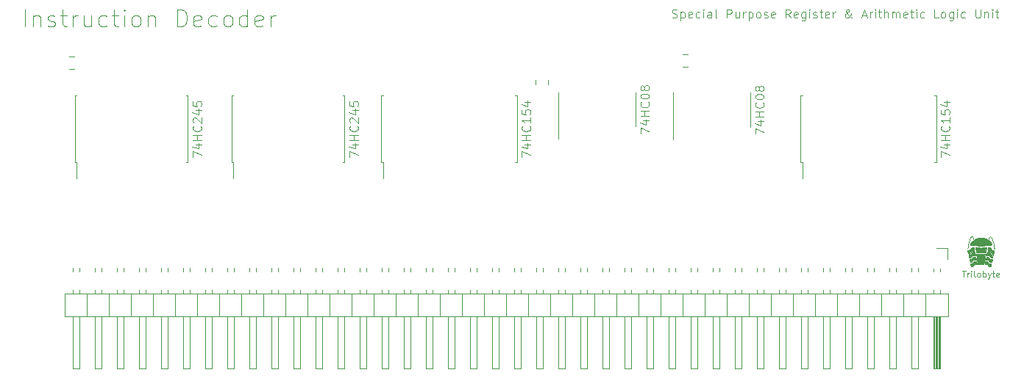
<source format=gbr>
%TF.GenerationSoftware,KiCad,Pcbnew,(6.0.0-0)*%
%TF.CreationDate,2022-09-15T22:17:49-04:00*%
%TF.ProjectId,CPU-Instruction-Decoder,4350552d-496e-4737-9472-756374696f6e,rev?*%
%TF.SameCoordinates,Original*%
%TF.FileFunction,Legend,Top*%
%TF.FilePolarity,Positive*%
%FSLAX46Y46*%
G04 Gerber Fmt 4.6, Leading zero omitted, Abs format (unit mm)*
G04 Created by KiCad (PCBNEW (6.0.0-0)) date 2022-09-15 22:17:49*
%MOMM*%
%LPD*%
G01*
G04 APERTURE LIST*
%ADD10C,0.100000*%
%ADD11C,0.120000*%
%ADD12C,0.013229*%
G04 APERTURE END LIST*
D10*
X303801904Y-202274761D02*
X303944761Y-202322380D01*
X304182857Y-202322380D01*
X304278095Y-202274761D01*
X304325714Y-202227142D01*
X304373333Y-202131904D01*
X304373333Y-202036666D01*
X304325714Y-201941428D01*
X304278095Y-201893809D01*
X304182857Y-201846190D01*
X303992380Y-201798571D01*
X303897142Y-201750952D01*
X303849523Y-201703333D01*
X303801904Y-201608095D01*
X303801904Y-201512857D01*
X303849523Y-201417619D01*
X303897142Y-201370000D01*
X303992380Y-201322380D01*
X304230476Y-201322380D01*
X304373333Y-201370000D01*
X304801904Y-201655714D02*
X304801904Y-202655714D01*
X304801904Y-201703333D02*
X304897142Y-201655714D01*
X305087619Y-201655714D01*
X305182857Y-201703333D01*
X305230476Y-201750952D01*
X305278095Y-201846190D01*
X305278095Y-202131904D01*
X305230476Y-202227142D01*
X305182857Y-202274761D01*
X305087619Y-202322380D01*
X304897142Y-202322380D01*
X304801904Y-202274761D01*
X306087619Y-202274761D02*
X305992380Y-202322380D01*
X305801904Y-202322380D01*
X305706666Y-202274761D01*
X305659047Y-202179523D01*
X305659047Y-201798571D01*
X305706666Y-201703333D01*
X305801904Y-201655714D01*
X305992380Y-201655714D01*
X306087619Y-201703333D01*
X306135238Y-201798571D01*
X306135238Y-201893809D01*
X305659047Y-201989047D01*
X306992380Y-202274761D02*
X306897142Y-202322380D01*
X306706666Y-202322380D01*
X306611428Y-202274761D01*
X306563809Y-202227142D01*
X306516190Y-202131904D01*
X306516190Y-201846190D01*
X306563809Y-201750952D01*
X306611428Y-201703333D01*
X306706666Y-201655714D01*
X306897142Y-201655714D01*
X306992380Y-201703333D01*
X307420952Y-202322380D02*
X307420952Y-201655714D01*
X307420952Y-201322380D02*
X307373333Y-201370000D01*
X307420952Y-201417619D01*
X307468571Y-201370000D01*
X307420952Y-201322380D01*
X307420952Y-201417619D01*
X308325714Y-202322380D02*
X308325714Y-201798571D01*
X308278095Y-201703333D01*
X308182857Y-201655714D01*
X307992380Y-201655714D01*
X307897142Y-201703333D01*
X308325714Y-202274761D02*
X308230476Y-202322380D01*
X307992380Y-202322380D01*
X307897142Y-202274761D01*
X307849523Y-202179523D01*
X307849523Y-202084285D01*
X307897142Y-201989047D01*
X307992380Y-201941428D01*
X308230476Y-201941428D01*
X308325714Y-201893809D01*
X308944761Y-202322380D02*
X308849523Y-202274761D01*
X308801904Y-202179523D01*
X308801904Y-201322380D01*
X310087619Y-202322380D02*
X310087619Y-201322380D01*
X310468571Y-201322380D01*
X310563809Y-201370000D01*
X310611428Y-201417619D01*
X310659047Y-201512857D01*
X310659047Y-201655714D01*
X310611428Y-201750952D01*
X310563809Y-201798571D01*
X310468571Y-201846190D01*
X310087619Y-201846190D01*
X311516190Y-201655714D02*
X311516190Y-202322380D01*
X311087619Y-201655714D02*
X311087619Y-202179523D01*
X311135238Y-202274761D01*
X311230476Y-202322380D01*
X311373333Y-202322380D01*
X311468571Y-202274761D01*
X311516190Y-202227142D01*
X311992380Y-202322380D02*
X311992380Y-201655714D01*
X311992380Y-201846190D02*
X312040000Y-201750952D01*
X312087619Y-201703333D01*
X312182857Y-201655714D01*
X312278095Y-201655714D01*
X312611428Y-201655714D02*
X312611428Y-202655714D01*
X312611428Y-201703333D02*
X312706666Y-201655714D01*
X312897142Y-201655714D01*
X312992380Y-201703333D01*
X313040000Y-201750952D01*
X313087619Y-201846190D01*
X313087619Y-202131904D01*
X313040000Y-202227142D01*
X312992380Y-202274761D01*
X312897142Y-202322380D01*
X312706666Y-202322380D01*
X312611428Y-202274761D01*
X313659047Y-202322380D02*
X313563809Y-202274761D01*
X313516190Y-202227142D01*
X313468571Y-202131904D01*
X313468571Y-201846190D01*
X313516190Y-201750952D01*
X313563809Y-201703333D01*
X313659047Y-201655714D01*
X313801904Y-201655714D01*
X313897142Y-201703333D01*
X313944761Y-201750952D01*
X313992380Y-201846190D01*
X313992380Y-202131904D01*
X313944761Y-202227142D01*
X313897142Y-202274761D01*
X313801904Y-202322380D01*
X313659047Y-202322380D01*
X314373333Y-202274761D02*
X314468571Y-202322380D01*
X314659047Y-202322380D01*
X314754285Y-202274761D01*
X314801904Y-202179523D01*
X314801904Y-202131904D01*
X314754285Y-202036666D01*
X314659047Y-201989047D01*
X314516190Y-201989047D01*
X314420952Y-201941428D01*
X314373333Y-201846190D01*
X314373333Y-201798571D01*
X314420952Y-201703333D01*
X314516190Y-201655714D01*
X314659047Y-201655714D01*
X314754285Y-201703333D01*
X315611428Y-202274761D02*
X315516190Y-202322380D01*
X315325714Y-202322380D01*
X315230476Y-202274761D01*
X315182857Y-202179523D01*
X315182857Y-201798571D01*
X315230476Y-201703333D01*
X315325714Y-201655714D01*
X315516190Y-201655714D01*
X315611428Y-201703333D01*
X315659047Y-201798571D01*
X315659047Y-201893809D01*
X315182857Y-201989047D01*
X317420952Y-202322380D02*
X317087619Y-201846190D01*
X316849523Y-202322380D02*
X316849523Y-201322380D01*
X317230476Y-201322380D01*
X317325714Y-201370000D01*
X317373333Y-201417619D01*
X317420952Y-201512857D01*
X317420952Y-201655714D01*
X317373333Y-201750952D01*
X317325714Y-201798571D01*
X317230476Y-201846190D01*
X316849523Y-201846190D01*
X318230476Y-202274761D02*
X318135238Y-202322380D01*
X317944761Y-202322380D01*
X317849523Y-202274761D01*
X317801904Y-202179523D01*
X317801904Y-201798571D01*
X317849523Y-201703333D01*
X317944761Y-201655714D01*
X318135238Y-201655714D01*
X318230476Y-201703333D01*
X318278095Y-201798571D01*
X318278095Y-201893809D01*
X317801904Y-201989047D01*
X319135238Y-201655714D02*
X319135238Y-202465238D01*
X319087619Y-202560476D01*
X319040000Y-202608095D01*
X318944761Y-202655714D01*
X318801904Y-202655714D01*
X318706666Y-202608095D01*
X319135238Y-202274761D02*
X319040000Y-202322380D01*
X318849523Y-202322380D01*
X318754285Y-202274761D01*
X318706666Y-202227142D01*
X318659047Y-202131904D01*
X318659047Y-201846190D01*
X318706666Y-201750952D01*
X318754285Y-201703333D01*
X318849523Y-201655714D01*
X319040000Y-201655714D01*
X319135238Y-201703333D01*
X319611428Y-202322380D02*
X319611428Y-201655714D01*
X319611428Y-201322380D02*
X319563809Y-201370000D01*
X319611428Y-201417619D01*
X319659047Y-201370000D01*
X319611428Y-201322380D01*
X319611428Y-201417619D01*
X320040000Y-202274761D02*
X320135238Y-202322380D01*
X320325714Y-202322380D01*
X320420952Y-202274761D01*
X320468571Y-202179523D01*
X320468571Y-202131904D01*
X320420952Y-202036666D01*
X320325714Y-201989047D01*
X320182857Y-201989047D01*
X320087619Y-201941428D01*
X320040000Y-201846190D01*
X320040000Y-201798571D01*
X320087619Y-201703333D01*
X320182857Y-201655714D01*
X320325714Y-201655714D01*
X320420952Y-201703333D01*
X320754285Y-201655714D02*
X321135238Y-201655714D01*
X320897142Y-201322380D02*
X320897142Y-202179523D01*
X320944761Y-202274761D01*
X321040000Y-202322380D01*
X321135238Y-202322380D01*
X321849523Y-202274761D02*
X321754285Y-202322380D01*
X321563809Y-202322380D01*
X321468571Y-202274761D01*
X321420952Y-202179523D01*
X321420952Y-201798571D01*
X321468571Y-201703333D01*
X321563809Y-201655714D01*
X321754285Y-201655714D01*
X321849523Y-201703333D01*
X321897142Y-201798571D01*
X321897142Y-201893809D01*
X321420952Y-201989047D01*
X322325714Y-202322380D02*
X322325714Y-201655714D01*
X322325714Y-201846190D02*
X322373333Y-201750952D01*
X322420952Y-201703333D01*
X322516190Y-201655714D01*
X322611428Y-201655714D01*
X324516190Y-202322380D02*
X324468571Y-202322380D01*
X324373333Y-202274761D01*
X324230476Y-202131904D01*
X323992380Y-201846190D01*
X323897142Y-201703333D01*
X323849523Y-201560476D01*
X323849523Y-201465238D01*
X323897142Y-201370000D01*
X323992380Y-201322380D01*
X324040000Y-201322380D01*
X324135238Y-201370000D01*
X324182857Y-201465238D01*
X324182857Y-201512857D01*
X324135238Y-201608095D01*
X324087619Y-201655714D01*
X323801904Y-201846190D01*
X323754285Y-201893809D01*
X323706666Y-201989047D01*
X323706666Y-202131904D01*
X323754285Y-202227142D01*
X323801904Y-202274761D01*
X323897142Y-202322380D01*
X324040000Y-202322380D01*
X324135238Y-202274761D01*
X324182857Y-202227142D01*
X324325714Y-202036666D01*
X324373333Y-201893809D01*
X324373333Y-201798571D01*
X325659047Y-202036666D02*
X326135238Y-202036666D01*
X325563809Y-202322380D02*
X325897142Y-201322380D01*
X326230476Y-202322380D01*
X326563809Y-202322380D02*
X326563809Y-201655714D01*
X326563809Y-201846190D02*
X326611428Y-201750952D01*
X326659047Y-201703333D01*
X326754285Y-201655714D01*
X326849523Y-201655714D01*
X327182857Y-202322380D02*
X327182857Y-201655714D01*
X327182857Y-201322380D02*
X327135238Y-201370000D01*
X327182857Y-201417619D01*
X327230476Y-201370000D01*
X327182857Y-201322380D01*
X327182857Y-201417619D01*
X327516190Y-201655714D02*
X327897142Y-201655714D01*
X327659047Y-201322380D02*
X327659047Y-202179523D01*
X327706666Y-202274761D01*
X327801904Y-202322380D01*
X327897142Y-202322380D01*
X328230476Y-202322380D02*
X328230476Y-201322380D01*
X328659047Y-202322380D02*
X328659047Y-201798571D01*
X328611428Y-201703333D01*
X328516190Y-201655714D01*
X328373333Y-201655714D01*
X328278095Y-201703333D01*
X328230476Y-201750952D01*
X329135238Y-202322380D02*
X329135238Y-201655714D01*
X329135238Y-201750952D02*
X329182857Y-201703333D01*
X329278095Y-201655714D01*
X329420952Y-201655714D01*
X329516190Y-201703333D01*
X329563809Y-201798571D01*
X329563809Y-202322380D01*
X329563809Y-201798571D02*
X329611428Y-201703333D01*
X329706666Y-201655714D01*
X329849523Y-201655714D01*
X329944761Y-201703333D01*
X329992380Y-201798571D01*
X329992380Y-202322380D01*
X330849523Y-202274761D02*
X330754285Y-202322380D01*
X330563809Y-202322380D01*
X330468571Y-202274761D01*
X330420952Y-202179523D01*
X330420952Y-201798571D01*
X330468571Y-201703333D01*
X330563809Y-201655714D01*
X330754285Y-201655714D01*
X330849523Y-201703333D01*
X330897142Y-201798571D01*
X330897142Y-201893809D01*
X330420952Y-201989047D01*
X331182857Y-201655714D02*
X331563809Y-201655714D01*
X331325714Y-201322380D02*
X331325714Y-202179523D01*
X331373333Y-202274761D01*
X331468571Y-202322380D01*
X331563809Y-202322380D01*
X331897142Y-202322380D02*
X331897142Y-201655714D01*
X331897142Y-201322380D02*
X331849523Y-201370000D01*
X331897142Y-201417619D01*
X331944761Y-201370000D01*
X331897142Y-201322380D01*
X331897142Y-201417619D01*
X332801904Y-202274761D02*
X332706666Y-202322380D01*
X332516190Y-202322380D01*
X332420952Y-202274761D01*
X332373333Y-202227142D01*
X332325714Y-202131904D01*
X332325714Y-201846190D01*
X332373333Y-201750952D01*
X332420952Y-201703333D01*
X332516190Y-201655714D01*
X332706666Y-201655714D01*
X332801904Y-201703333D01*
X334468571Y-202322380D02*
X333992380Y-202322380D01*
X333992380Y-201322380D01*
X334944761Y-202322380D02*
X334849523Y-202274761D01*
X334801904Y-202227142D01*
X334754285Y-202131904D01*
X334754285Y-201846190D01*
X334801904Y-201750952D01*
X334849523Y-201703333D01*
X334944761Y-201655714D01*
X335087619Y-201655714D01*
X335182857Y-201703333D01*
X335230476Y-201750952D01*
X335278095Y-201846190D01*
X335278095Y-202131904D01*
X335230476Y-202227142D01*
X335182857Y-202274761D01*
X335087619Y-202322380D01*
X334944761Y-202322380D01*
X336135238Y-201655714D02*
X336135238Y-202465238D01*
X336087619Y-202560476D01*
X336040000Y-202608095D01*
X335944761Y-202655714D01*
X335801904Y-202655714D01*
X335706666Y-202608095D01*
X336135238Y-202274761D02*
X336040000Y-202322380D01*
X335849523Y-202322380D01*
X335754285Y-202274761D01*
X335706666Y-202227142D01*
X335659047Y-202131904D01*
X335659047Y-201846190D01*
X335706666Y-201750952D01*
X335754285Y-201703333D01*
X335849523Y-201655714D01*
X336040000Y-201655714D01*
X336135238Y-201703333D01*
X336611428Y-202322380D02*
X336611428Y-201655714D01*
X336611428Y-201322380D02*
X336563809Y-201370000D01*
X336611428Y-201417619D01*
X336659047Y-201370000D01*
X336611428Y-201322380D01*
X336611428Y-201417619D01*
X337516190Y-202274761D02*
X337420952Y-202322380D01*
X337230476Y-202322380D01*
X337135238Y-202274761D01*
X337087619Y-202227142D01*
X337040000Y-202131904D01*
X337040000Y-201846190D01*
X337087619Y-201750952D01*
X337135238Y-201703333D01*
X337230476Y-201655714D01*
X337420952Y-201655714D01*
X337516190Y-201703333D01*
X338706666Y-201322380D02*
X338706666Y-202131904D01*
X338754285Y-202227142D01*
X338801904Y-202274761D01*
X338897142Y-202322380D01*
X339087619Y-202322380D01*
X339182857Y-202274761D01*
X339230476Y-202227142D01*
X339278095Y-202131904D01*
X339278095Y-201322380D01*
X339754285Y-201655714D02*
X339754285Y-202322380D01*
X339754285Y-201750952D02*
X339801904Y-201703333D01*
X339897142Y-201655714D01*
X340040000Y-201655714D01*
X340135238Y-201703333D01*
X340182857Y-201798571D01*
X340182857Y-202322380D01*
X340659047Y-202322380D02*
X340659047Y-201655714D01*
X340659047Y-201322380D02*
X340611428Y-201370000D01*
X340659047Y-201417619D01*
X340706666Y-201370000D01*
X340659047Y-201322380D01*
X340659047Y-201417619D01*
X340992380Y-201655714D02*
X341373333Y-201655714D01*
X341135238Y-201322380D02*
X341135238Y-202179523D01*
X341182857Y-202274761D01*
X341278095Y-202322380D01*
X341373333Y-202322380D01*
X337177333Y-231518666D02*
X337577333Y-231518666D01*
X337377333Y-232218666D02*
X337377333Y-231518666D01*
X337810666Y-232218666D02*
X337810666Y-231752000D01*
X337810666Y-231885333D02*
X337844000Y-231818666D01*
X337877333Y-231785333D01*
X337944000Y-231752000D01*
X338010666Y-231752000D01*
X338244000Y-232218666D02*
X338244000Y-231752000D01*
X338244000Y-231518666D02*
X338210666Y-231552000D01*
X338244000Y-231585333D01*
X338277333Y-231552000D01*
X338244000Y-231518666D01*
X338244000Y-231585333D01*
X338677333Y-232218666D02*
X338610666Y-232185333D01*
X338577333Y-232118666D01*
X338577333Y-231518666D01*
X339044000Y-232218666D02*
X338977333Y-232185333D01*
X338944000Y-232152000D01*
X338910666Y-232085333D01*
X338910666Y-231885333D01*
X338944000Y-231818666D01*
X338977333Y-231785333D01*
X339044000Y-231752000D01*
X339144000Y-231752000D01*
X339210666Y-231785333D01*
X339244000Y-231818666D01*
X339277333Y-231885333D01*
X339277333Y-232085333D01*
X339244000Y-232152000D01*
X339210666Y-232185333D01*
X339144000Y-232218666D01*
X339044000Y-232218666D01*
X339577333Y-232218666D02*
X339577333Y-231518666D01*
X339577333Y-231785333D02*
X339644000Y-231752000D01*
X339777333Y-231752000D01*
X339844000Y-231785333D01*
X339877333Y-231818666D01*
X339910666Y-231885333D01*
X339910666Y-232085333D01*
X339877333Y-232152000D01*
X339844000Y-232185333D01*
X339777333Y-232218666D01*
X339644000Y-232218666D01*
X339577333Y-232185333D01*
X340144000Y-231752000D02*
X340310666Y-232218666D01*
X340477333Y-231752000D02*
X340310666Y-232218666D01*
X340244000Y-232385333D01*
X340210666Y-232418666D01*
X340144000Y-232452000D01*
X340644000Y-231752000D02*
X340910666Y-231752000D01*
X340744000Y-231518666D02*
X340744000Y-232118666D01*
X340777333Y-232185333D01*
X340844000Y-232218666D01*
X340910666Y-232218666D01*
X341410666Y-232185333D02*
X341344000Y-232218666D01*
X341210666Y-232218666D01*
X341144000Y-232185333D01*
X341110666Y-232118666D01*
X341110666Y-231852000D01*
X341144000Y-231785333D01*
X341210666Y-231752000D01*
X341344000Y-231752000D01*
X341410666Y-231785333D01*
X341444000Y-231852000D01*
X341444000Y-231918666D01*
X341110666Y-231985333D01*
X229300285Y-203342761D02*
X229300285Y-201342761D01*
X230252666Y-202009428D02*
X230252666Y-203342761D01*
X230252666Y-202199904D02*
X230347904Y-202104666D01*
X230538380Y-202009428D01*
X230824095Y-202009428D01*
X231014571Y-202104666D01*
X231109809Y-202295142D01*
X231109809Y-203342761D01*
X231966952Y-203247523D02*
X232157428Y-203342761D01*
X232538380Y-203342761D01*
X232728857Y-203247523D01*
X232824095Y-203057047D01*
X232824095Y-202961809D01*
X232728857Y-202771333D01*
X232538380Y-202676095D01*
X232252666Y-202676095D01*
X232062190Y-202580857D01*
X231966952Y-202390380D01*
X231966952Y-202295142D01*
X232062190Y-202104666D01*
X232252666Y-202009428D01*
X232538380Y-202009428D01*
X232728857Y-202104666D01*
X233395523Y-202009428D02*
X234157428Y-202009428D01*
X233681238Y-201342761D02*
X233681238Y-203057047D01*
X233776476Y-203247523D01*
X233966952Y-203342761D01*
X234157428Y-203342761D01*
X234824095Y-203342761D02*
X234824095Y-202009428D01*
X234824095Y-202390380D02*
X234919333Y-202199904D01*
X235014571Y-202104666D01*
X235205047Y-202009428D01*
X235395523Y-202009428D01*
X236919333Y-202009428D02*
X236919333Y-203342761D01*
X236062190Y-202009428D02*
X236062190Y-203057047D01*
X236157428Y-203247523D01*
X236347904Y-203342761D01*
X236633619Y-203342761D01*
X236824095Y-203247523D01*
X236919333Y-203152285D01*
X238728857Y-203247523D02*
X238538380Y-203342761D01*
X238157428Y-203342761D01*
X237966952Y-203247523D01*
X237871714Y-203152285D01*
X237776476Y-202961809D01*
X237776476Y-202390380D01*
X237871714Y-202199904D01*
X237966952Y-202104666D01*
X238157428Y-202009428D01*
X238538380Y-202009428D01*
X238728857Y-202104666D01*
X239300285Y-202009428D02*
X240062190Y-202009428D01*
X239586000Y-201342761D02*
X239586000Y-203057047D01*
X239681238Y-203247523D01*
X239871714Y-203342761D01*
X240062190Y-203342761D01*
X240728857Y-203342761D02*
X240728857Y-202009428D01*
X240728857Y-201342761D02*
X240633619Y-201438000D01*
X240728857Y-201533238D01*
X240824095Y-201438000D01*
X240728857Y-201342761D01*
X240728857Y-201533238D01*
X241966952Y-203342761D02*
X241776476Y-203247523D01*
X241681238Y-203152285D01*
X241586000Y-202961809D01*
X241586000Y-202390380D01*
X241681238Y-202199904D01*
X241776476Y-202104666D01*
X241966952Y-202009428D01*
X242252666Y-202009428D01*
X242443142Y-202104666D01*
X242538380Y-202199904D01*
X242633619Y-202390380D01*
X242633619Y-202961809D01*
X242538380Y-203152285D01*
X242443142Y-203247523D01*
X242252666Y-203342761D01*
X241966952Y-203342761D01*
X243490761Y-202009428D02*
X243490761Y-203342761D01*
X243490761Y-202199904D02*
X243586000Y-202104666D01*
X243776476Y-202009428D01*
X244062190Y-202009428D01*
X244252666Y-202104666D01*
X244347904Y-202295142D01*
X244347904Y-203342761D01*
X246824095Y-203342761D02*
X246824095Y-201342761D01*
X247300285Y-201342761D01*
X247586000Y-201438000D01*
X247776476Y-201628476D01*
X247871714Y-201818952D01*
X247966952Y-202199904D01*
X247966952Y-202485619D01*
X247871714Y-202866571D01*
X247776476Y-203057047D01*
X247586000Y-203247523D01*
X247300285Y-203342761D01*
X246824095Y-203342761D01*
X249586000Y-203247523D02*
X249395523Y-203342761D01*
X249014571Y-203342761D01*
X248824095Y-203247523D01*
X248728857Y-203057047D01*
X248728857Y-202295142D01*
X248824095Y-202104666D01*
X249014571Y-202009428D01*
X249395523Y-202009428D01*
X249586000Y-202104666D01*
X249681238Y-202295142D01*
X249681238Y-202485619D01*
X248728857Y-202676095D01*
X251395523Y-203247523D02*
X251205047Y-203342761D01*
X250824095Y-203342761D01*
X250633619Y-203247523D01*
X250538380Y-203152285D01*
X250443142Y-202961809D01*
X250443142Y-202390380D01*
X250538380Y-202199904D01*
X250633619Y-202104666D01*
X250824095Y-202009428D01*
X251205047Y-202009428D01*
X251395523Y-202104666D01*
X252538380Y-203342761D02*
X252347904Y-203247523D01*
X252252666Y-203152285D01*
X252157428Y-202961809D01*
X252157428Y-202390380D01*
X252252666Y-202199904D01*
X252347904Y-202104666D01*
X252538380Y-202009428D01*
X252824095Y-202009428D01*
X253014571Y-202104666D01*
X253109809Y-202199904D01*
X253205047Y-202390380D01*
X253205047Y-202961809D01*
X253109809Y-203152285D01*
X253014571Y-203247523D01*
X252824095Y-203342761D01*
X252538380Y-203342761D01*
X254919333Y-203342761D02*
X254919333Y-201342761D01*
X254919333Y-203247523D02*
X254728857Y-203342761D01*
X254347904Y-203342761D01*
X254157428Y-203247523D01*
X254062190Y-203152285D01*
X253966952Y-202961809D01*
X253966952Y-202390380D01*
X254062190Y-202199904D01*
X254157428Y-202104666D01*
X254347904Y-202009428D01*
X254728857Y-202009428D01*
X254919333Y-202104666D01*
X256633619Y-203247523D02*
X256443142Y-203342761D01*
X256062190Y-203342761D01*
X255871714Y-203247523D01*
X255776476Y-203057047D01*
X255776476Y-202295142D01*
X255871714Y-202104666D01*
X256062190Y-202009428D01*
X256443142Y-202009428D01*
X256633619Y-202104666D01*
X256728857Y-202295142D01*
X256728857Y-202485619D01*
X255776476Y-202676095D01*
X257585999Y-203342761D02*
X257585999Y-202009428D01*
X257585999Y-202390380D02*
X257681238Y-202199904D01*
X257776476Y-202104666D01*
X257966952Y-202009428D01*
X258157428Y-202009428D01*
%TO.C,U3*%
X313358380Y-215702714D02*
X313358380Y-215036047D01*
X314358380Y-215464619D01*
X313691714Y-214226523D02*
X314358380Y-214226523D01*
X313310761Y-214464619D02*
X314025047Y-214702714D01*
X314025047Y-214083666D01*
X314358380Y-213702714D02*
X313358380Y-213702714D01*
X313834571Y-213702714D02*
X313834571Y-213131285D01*
X314358380Y-213131285D02*
X313358380Y-213131285D01*
X314263142Y-212083666D02*
X314310761Y-212131285D01*
X314358380Y-212274142D01*
X314358380Y-212369380D01*
X314310761Y-212512238D01*
X314215523Y-212607476D01*
X314120285Y-212655095D01*
X313929809Y-212702714D01*
X313786952Y-212702714D01*
X313596476Y-212655095D01*
X313501238Y-212607476D01*
X313406000Y-212512238D01*
X313358380Y-212369380D01*
X313358380Y-212274142D01*
X313406000Y-212131285D01*
X313453619Y-212083666D01*
X313358380Y-211464619D02*
X313358380Y-211369380D01*
X313406000Y-211274142D01*
X313453619Y-211226523D01*
X313548857Y-211178904D01*
X313739333Y-211131285D01*
X313977428Y-211131285D01*
X314167904Y-211178904D01*
X314263142Y-211226523D01*
X314310761Y-211274142D01*
X314358380Y-211369380D01*
X314358380Y-211464619D01*
X314310761Y-211559857D01*
X314263142Y-211607476D01*
X314167904Y-211655095D01*
X313977428Y-211702714D01*
X313739333Y-211702714D01*
X313548857Y-211655095D01*
X313453619Y-211607476D01*
X313406000Y-211559857D01*
X313358380Y-211464619D01*
X313786952Y-210559857D02*
X313739333Y-210655095D01*
X313691714Y-210702714D01*
X313596476Y-210750333D01*
X313548857Y-210750333D01*
X313453619Y-210702714D01*
X313406000Y-210655095D01*
X313358380Y-210559857D01*
X313358380Y-210369380D01*
X313406000Y-210274142D01*
X313453619Y-210226523D01*
X313548857Y-210178904D01*
X313596476Y-210178904D01*
X313691714Y-210226523D01*
X313739333Y-210274142D01*
X313786952Y-210369380D01*
X313786952Y-210559857D01*
X313834571Y-210655095D01*
X313882190Y-210702714D01*
X313977428Y-210750333D01*
X314167904Y-210750333D01*
X314263142Y-210702714D01*
X314310761Y-210655095D01*
X314358380Y-210559857D01*
X314358380Y-210369380D01*
X314310761Y-210274142D01*
X314263142Y-210226523D01*
X314167904Y-210178904D01*
X313977428Y-210178904D01*
X313882190Y-210226523D01*
X313834571Y-210274142D01*
X313786952Y-210369380D01*
%TO.C,U11*%
X266660380Y-218399904D02*
X266660380Y-217733238D01*
X267660380Y-218161809D01*
X266993714Y-216923714D02*
X267660380Y-216923714D01*
X266612761Y-217161809D02*
X267327047Y-217399904D01*
X267327047Y-216780857D01*
X267660380Y-216399904D02*
X266660380Y-216399904D01*
X267136571Y-216399904D02*
X267136571Y-215828476D01*
X267660380Y-215828476D02*
X266660380Y-215828476D01*
X267565142Y-214780857D02*
X267612761Y-214828476D01*
X267660380Y-214971333D01*
X267660380Y-215066571D01*
X267612761Y-215209428D01*
X267517523Y-215304666D01*
X267422285Y-215352285D01*
X267231809Y-215399904D01*
X267088952Y-215399904D01*
X266898476Y-215352285D01*
X266803238Y-215304666D01*
X266708000Y-215209428D01*
X266660380Y-215066571D01*
X266660380Y-214971333D01*
X266708000Y-214828476D01*
X266755619Y-214780857D01*
X266755619Y-214399904D02*
X266708000Y-214352285D01*
X266660380Y-214257047D01*
X266660380Y-214018952D01*
X266708000Y-213923714D01*
X266755619Y-213876095D01*
X266850857Y-213828476D01*
X266946095Y-213828476D01*
X267088952Y-213876095D01*
X267660380Y-214447523D01*
X267660380Y-213828476D01*
X266993714Y-212971333D02*
X267660380Y-212971333D01*
X266612761Y-213209428D02*
X267327047Y-213447523D01*
X267327047Y-212828476D01*
X266660380Y-211971333D02*
X266660380Y-212447523D01*
X267136571Y-212495142D01*
X267088952Y-212447523D01*
X267041333Y-212352285D01*
X267041333Y-212114190D01*
X267088952Y-212018952D01*
X267136571Y-211971333D01*
X267231809Y-211923714D01*
X267469904Y-211923714D01*
X267565142Y-211971333D01*
X267612761Y-212018952D01*
X267660380Y-212114190D01*
X267660380Y-212352285D01*
X267612761Y-212447523D01*
X267565142Y-212495142D01*
%TO.C,U7*%
X286502380Y-218399904D02*
X286502380Y-217733238D01*
X287502380Y-218161809D01*
X286835714Y-216923714D02*
X287502380Y-216923714D01*
X286454761Y-217161809D02*
X287169047Y-217399904D01*
X287169047Y-216780857D01*
X287502380Y-216399904D02*
X286502380Y-216399904D01*
X286978571Y-216399904D02*
X286978571Y-215828476D01*
X287502380Y-215828476D02*
X286502380Y-215828476D01*
X287407142Y-214780857D02*
X287454761Y-214828476D01*
X287502380Y-214971333D01*
X287502380Y-215066571D01*
X287454761Y-215209428D01*
X287359523Y-215304666D01*
X287264285Y-215352285D01*
X287073809Y-215399904D01*
X286930952Y-215399904D01*
X286740476Y-215352285D01*
X286645238Y-215304666D01*
X286550000Y-215209428D01*
X286502380Y-215066571D01*
X286502380Y-214971333D01*
X286550000Y-214828476D01*
X286597619Y-214780857D01*
X287502380Y-213828476D02*
X287502380Y-214399904D01*
X287502380Y-214114190D02*
X286502380Y-214114190D01*
X286645238Y-214209428D01*
X286740476Y-214304666D01*
X286788095Y-214399904D01*
X286502380Y-212923714D02*
X286502380Y-213399904D01*
X286978571Y-213447523D01*
X286930952Y-213399904D01*
X286883333Y-213304666D01*
X286883333Y-213066571D01*
X286930952Y-212971333D01*
X286978571Y-212923714D01*
X287073809Y-212876095D01*
X287311904Y-212876095D01*
X287407142Y-212923714D01*
X287454761Y-212971333D01*
X287502380Y-213066571D01*
X287502380Y-213304666D01*
X287454761Y-213399904D01*
X287407142Y-213447523D01*
X286835714Y-212018952D02*
X287502380Y-212018952D01*
X286454761Y-212257047D02*
X287169047Y-212495142D01*
X287169047Y-211876095D01*
%TO.C,U5*%
X300150380Y-215637714D02*
X300150380Y-214971047D01*
X301150380Y-215399619D01*
X300483714Y-214161523D02*
X301150380Y-214161523D01*
X300102761Y-214399619D02*
X300817047Y-214637714D01*
X300817047Y-214018666D01*
X301150380Y-213637714D02*
X300150380Y-213637714D01*
X300626571Y-213637714D02*
X300626571Y-213066285D01*
X301150380Y-213066285D02*
X300150380Y-213066285D01*
X301055142Y-212018666D02*
X301102761Y-212066285D01*
X301150380Y-212209142D01*
X301150380Y-212304380D01*
X301102761Y-212447238D01*
X301007523Y-212542476D01*
X300912285Y-212590095D01*
X300721809Y-212637714D01*
X300578952Y-212637714D01*
X300388476Y-212590095D01*
X300293238Y-212542476D01*
X300198000Y-212447238D01*
X300150380Y-212304380D01*
X300150380Y-212209142D01*
X300198000Y-212066285D01*
X300245619Y-212018666D01*
X300150380Y-211399619D02*
X300150380Y-211304380D01*
X300198000Y-211209142D01*
X300245619Y-211161523D01*
X300340857Y-211113904D01*
X300531333Y-211066285D01*
X300769428Y-211066285D01*
X300959904Y-211113904D01*
X301055142Y-211161523D01*
X301102761Y-211209142D01*
X301150380Y-211304380D01*
X301150380Y-211399619D01*
X301102761Y-211494857D01*
X301055142Y-211542476D01*
X300959904Y-211590095D01*
X300769428Y-211637714D01*
X300531333Y-211637714D01*
X300340857Y-211590095D01*
X300245619Y-211542476D01*
X300198000Y-211494857D01*
X300150380Y-211399619D01*
X300578952Y-210494857D02*
X300531333Y-210590095D01*
X300483714Y-210637714D01*
X300388476Y-210685333D01*
X300340857Y-210685333D01*
X300245619Y-210637714D01*
X300198000Y-210590095D01*
X300150380Y-210494857D01*
X300150380Y-210304380D01*
X300198000Y-210209142D01*
X300245619Y-210161523D01*
X300340857Y-210113904D01*
X300388476Y-210113904D01*
X300483714Y-210161523D01*
X300531333Y-210209142D01*
X300578952Y-210304380D01*
X300578952Y-210494857D01*
X300626571Y-210590095D01*
X300674190Y-210637714D01*
X300769428Y-210685333D01*
X300959904Y-210685333D01*
X301055142Y-210637714D01*
X301102761Y-210590095D01*
X301150380Y-210494857D01*
X301150380Y-210304380D01*
X301102761Y-210209142D01*
X301055142Y-210161523D01*
X300959904Y-210113904D01*
X300769428Y-210113904D01*
X300674190Y-210161523D01*
X300626571Y-210209142D01*
X300578952Y-210304380D01*
%TO.C,U2*%
X334732380Y-218399904D02*
X334732380Y-217733238D01*
X335732380Y-218161809D01*
X335065714Y-216923714D02*
X335732380Y-216923714D01*
X334684761Y-217161809D02*
X335399047Y-217399904D01*
X335399047Y-216780857D01*
X335732380Y-216399904D02*
X334732380Y-216399904D01*
X335208571Y-216399904D02*
X335208571Y-215828476D01*
X335732380Y-215828476D02*
X334732380Y-215828476D01*
X335637142Y-214780857D02*
X335684761Y-214828476D01*
X335732380Y-214971333D01*
X335732380Y-215066571D01*
X335684761Y-215209428D01*
X335589523Y-215304666D01*
X335494285Y-215352285D01*
X335303809Y-215399904D01*
X335160952Y-215399904D01*
X334970476Y-215352285D01*
X334875238Y-215304666D01*
X334780000Y-215209428D01*
X334732380Y-215066571D01*
X334732380Y-214971333D01*
X334780000Y-214828476D01*
X334827619Y-214780857D01*
X335732380Y-213828476D02*
X335732380Y-214399904D01*
X335732380Y-214114190D02*
X334732380Y-214114190D01*
X334875238Y-214209428D01*
X334970476Y-214304666D01*
X335018095Y-214399904D01*
X334732380Y-212923714D02*
X334732380Y-213399904D01*
X335208571Y-213447523D01*
X335160952Y-213399904D01*
X335113333Y-213304666D01*
X335113333Y-213066571D01*
X335160952Y-212971333D01*
X335208571Y-212923714D01*
X335303809Y-212876095D01*
X335541904Y-212876095D01*
X335637142Y-212923714D01*
X335684761Y-212971333D01*
X335732380Y-213066571D01*
X335732380Y-213304666D01*
X335684761Y-213399904D01*
X335637142Y-213447523D01*
X335065714Y-212018952D02*
X335732380Y-212018952D01*
X334684761Y-212257047D02*
X335399047Y-212495142D01*
X335399047Y-211876095D01*
%TO.C,U12*%
X248626380Y-218399904D02*
X248626380Y-217733238D01*
X249626380Y-218161809D01*
X248959714Y-216923714D02*
X249626380Y-216923714D01*
X248578761Y-217161809D02*
X249293047Y-217399904D01*
X249293047Y-216780857D01*
X249626380Y-216399904D02*
X248626380Y-216399904D01*
X249102571Y-216399904D02*
X249102571Y-215828476D01*
X249626380Y-215828476D02*
X248626380Y-215828476D01*
X249531142Y-214780857D02*
X249578761Y-214828476D01*
X249626380Y-214971333D01*
X249626380Y-215066571D01*
X249578761Y-215209428D01*
X249483523Y-215304666D01*
X249388285Y-215352285D01*
X249197809Y-215399904D01*
X249054952Y-215399904D01*
X248864476Y-215352285D01*
X248769238Y-215304666D01*
X248674000Y-215209428D01*
X248626380Y-215066571D01*
X248626380Y-214971333D01*
X248674000Y-214828476D01*
X248721619Y-214780857D01*
X248721619Y-214399904D02*
X248674000Y-214352285D01*
X248626380Y-214257047D01*
X248626380Y-214018952D01*
X248674000Y-213923714D01*
X248721619Y-213876095D01*
X248816857Y-213828476D01*
X248912095Y-213828476D01*
X249054952Y-213876095D01*
X249626380Y-214447523D01*
X249626380Y-213828476D01*
X248959714Y-212971333D02*
X249626380Y-212971333D01*
X248578761Y-213209428D02*
X249293047Y-213447523D01*
X249293047Y-212828476D01*
X248626380Y-211971333D02*
X248626380Y-212447523D01*
X249102571Y-212495142D01*
X249054952Y-212447523D01*
X249007333Y-212352285D01*
X249007333Y-212114190D01*
X249054952Y-212018952D01*
X249102571Y-211971333D01*
X249197809Y-211923714D01*
X249435904Y-211923714D01*
X249531142Y-211971333D01*
X249578761Y-212018952D01*
X249626380Y-212114190D01*
X249626380Y-212352285D01*
X249578761Y-212447523D01*
X249531142Y-212495142D01*
D11*
%TO.C,U3*%
X312791000Y-212917000D02*
X312791000Y-214867000D01*
X303921000Y-212917000D02*
X303921000Y-216367000D01*
X312791000Y-212917000D02*
X312791000Y-210967000D01*
X303921000Y-212917000D02*
X303921000Y-210967000D01*
%TO.C,U11*%
X266098000Y-215138000D02*
X266098000Y-211278000D01*
X266098000Y-218998000D02*
X265863000Y-218998000D01*
X253078000Y-218998000D02*
X253313000Y-218998000D01*
X253078000Y-215138000D02*
X253078000Y-211278000D01*
X253078000Y-215138000D02*
X253078000Y-218998000D01*
X253313000Y-218998000D02*
X253313000Y-220813000D01*
X253078000Y-211278000D02*
X253313000Y-211278000D01*
X266098000Y-211278000D02*
X265863000Y-211278000D01*
X266098000Y-215138000D02*
X266098000Y-218998000D01*
%TO.C,C1*%
X234957252Y-206783000D02*
X234434748Y-206783000D01*
X234957252Y-208253000D02*
X234434748Y-208253000D01*
%TO.C,C2*%
X288063000Y-209999252D02*
X288063000Y-209476748D01*
X289533000Y-209999252D02*
X289533000Y-209476748D01*
%TO.C,J1*%
X326264000Y-231166929D02*
X326264000Y-231621071D01*
X309244000Y-231166929D02*
X309244000Y-231621071D01*
X272924000Y-231166929D02*
X272924000Y-231621071D01*
X290704000Y-242764000D02*
X290704000Y-236764000D01*
X252604000Y-242764000D02*
X252604000Y-236764000D01*
X291464000Y-242764000D02*
X290704000Y-242764000D01*
X243204000Y-233706929D02*
X243204000Y-234104000D01*
X330454000Y-234104000D02*
X330454000Y-236764000D01*
X250824000Y-233706929D02*
X250824000Y-234104000D01*
X265304000Y-231166929D02*
X265304000Y-231621071D01*
X239904000Y-231166929D02*
X239904000Y-231621071D01*
X251714000Y-234104000D02*
X251714000Y-236764000D01*
X306704000Y-231166929D02*
X306704000Y-231621071D01*
X253364000Y-231166929D02*
X253364000Y-231621071D01*
X272034000Y-234104000D02*
X272034000Y-236764000D01*
X278764000Y-242764000D02*
X278004000Y-242764000D01*
X313564000Y-233706929D02*
X313564000Y-234104000D01*
X286384000Y-233706929D02*
X286384000Y-234104000D01*
X301624000Y-236764000D02*
X301624000Y-242764000D01*
X261874000Y-234104000D02*
X261874000Y-236764000D01*
X276224000Y-233706929D02*
X276224000Y-234104000D01*
X243204000Y-242764000D02*
X242444000Y-242764000D01*
X323724000Y-231166929D02*
X323724000Y-231621071D01*
X264414000Y-234104000D02*
X264414000Y-236764000D01*
X286384000Y-236764000D02*
X286384000Y-242764000D01*
X334644000Y-236764000D02*
X334644000Y-242764000D01*
X263524000Y-231166929D02*
X263524000Y-231621071D01*
X266064000Y-236764000D02*
X266064000Y-242764000D01*
X237364000Y-233706929D02*
X237364000Y-234104000D01*
X304164000Y-231166929D02*
X304164000Y-231621071D01*
X273684000Y-242764000D02*
X272924000Y-242764000D01*
X334644000Y-233706929D02*
X334644000Y-234104000D01*
X306704000Y-233706929D02*
X306704000Y-234104000D01*
X265304000Y-233706929D02*
X265304000Y-234104000D01*
X334644000Y-231234000D02*
X334644000Y-231621071D01*
X292354000Y-234104000D02*
X292354000Y-236764000D01*
X278004000Y-231166929D02*
X278004000Y-231621071D01*
X285624000Y-233706929D02*
X285624000Y-234104000D01*
X309244000Y-242764000D02*
X308484000Y-242764000D01*
X304164000Y-236764000D02*
X304164000Y-242764000D01*
X305944000Y-233706929D02*
X305944000Y-234104000D01*
X301624000Y-242764000D02*
X300864000Y-242764000D01*
X321184000Y-231166929D02*
X321184000Y-231621071D01*
X333884000Y-233706929D02*
X333884000Y-234104000D01*
X316864000Y-236764000D02*
X316864000Y-242764000D01*
X235584000Y-242764000D02*
X234824000Y-242764000D01*
X316864000Y-242764000D02*
X316104000Y-242764000D01*
X263524000Y-236764000D02*
X263524000Y-242764000D01*
X299084000Y-242764000D02*
X298324000Y-242764000D01*
X272924000Y-233706929D02*
X272924000Y-234104000D01*
X260224000Y-242764000D02*
X260224000Y-236764000D01*
X273684000Y-231166929D02*
X273684000Y-231621071D01*
X245744000Y-236764000D02*
X245744000Y-242764000D01*
X271144000Y-236764000D02*
X271144000Y-242764000D01*
X319404000Y-242764000D02*
X318644000Y-242764000D01*
X275464000Y-242764000D02*
X275464000Y-236764000D01*
X250824000Y-231166929D02*
X250824000Y-231621071D01*
X311784000Y-236764000D02*
X311784000Y-242764000D01*
X304164000Y-242764000D02*
X303404000Y-242764000D01*
X270384000Y-233706929D02*
X270384000Y-234104000D01*
X327024000Y-242764000D02*
X326264000Y-242764000D01*
X321184000Y-242764000D02*
X321184000Y-236764000D01*
X268604000Y-231166929D02*
X268604000Y-231621071D01*
X321944000Y-231166929D02*
X321944000Y-231621071D01*
X248284000Y-242764000D02*
X247524000Y-242764000D01*
X235584000Y-231166929D02*
X235584000Y-231621071D01*
X266064000Y-233706929D02*
X266064000Y-234104000D01*
X245744000Y-242764000D02*
X244984000Y-242764000D01*
X303404000Y-242764000D02*
X303404000Y-236764000D01*
X333884000Y-242764000D02*
X333884000Y-236764000D01*
X283844000Y-233706929D02*
X283844000Y-234104000D01*
X265304000Y-242764000D02*
X265304000Y-236764000D01*
X294004000Y-242764000D02*
X293244000Y-242764000D01*
X316104000Y-233706929D02*
X316104000Y-234104000D01*
X235584000Y-233706929D02*
X235584000Y-234104000D01*
X267844000Y-231166929D02*
X267844000Y-231621071D01*
X308484000Y-242764000D02*
X308484000Y-236764000D01*
X316864000Y-233706929D02*
X316864000Y-234104000D01*
X244094000Y-234104000D02*
X244094000Y-236764000D01*
X238124000Y-233706929D02*
X238124000Y-234104000D01*
X295784000Y-231166929D02*
X295784000Y-231621071D01*
X321944000Y-236764000D02*
X321944000Y-242764000D01*
X311784000Y-233706929D02*
X311784000Y-234104000D01*
X298324000Y-231166929D02*
X298324000Y-231621071D01*
X288924000Y-242764000D02*
X288164000Y-242764000D01*
X273684000Y-236764000D02*
X273684000Y-242764000D01*
X335594000Y-234104000D02*
X233874000Y-234104000D01*
X321944000Y-242764000D02*
X321184000Y-242764000D01*
X252604000Y-233706929D02*
X252604000Y-234104000D01*
X278004000Y-242764000D02*
X278004000Y-236764000D01*
X319404000Y-231166929D02*
X319404000Y-231621071D01*
X260984000Y-242764000D02*
X260224000Y-242764000D01*
X327914000Y-234104000D02*
X327914000Y-236764000D01*
X289814000Y-234104000D02*
X289814000Y-236764000D01*
X295784000Y-242764000D02*
X295784000Y-236764000D01*
X277114000Y-234104000D02*
X277114000Y-236764000D01*
X300864000Y-242764000D02*
X300864000Y-236764000D01*
X242444000Y-233706929D02*
X242444000Y-234104000D01*
X275464000Y-233706929D02*
X275464000Y-234104000D01*
X299084000Y-231166929D02*
X299084000Y-231621071D01*
X333884000Y-231234000D02*
X333884000Y-231621071D01*
X240664000Y-231166929D02*
X240664000Y-231621071D01*
X306704000Y-236764000D02*
X306704000Y-242764000D01*
X291464000Y-231166929D02*
X291464000Y-231621071D01*
X240664000Y-236764000D02*
X240664000Y-242764000D01*
X257684000Y-242764000D02*
X257684000Y-236764000D01*
X298324000Y-233706929D02*
X298324000Y-234104000D01*
X272924000Y-242764000D02*
X272924000Y-236764000D01*
X329564000Y-236764000D02*
X329564000Y-242764000D01*
X318644000Y-231166929D02*
X318644000Y-231621071D01*
X242444000Y-242764000D02*
X242444000Y-236764000D01*
X310134000Y-234104000D02*
X310134000Y-236764000D01*
X244984000Y-233706929D02*
X244984000Y-234104000D01*
X299084000Y-236764000D02*
X299084000Y-242764000D01*
X324484000Y-236764000D02*
X324484000Y-242764000D01*
X334584000Y-236764000D02*
X334584000Y-242764000D01*
X312674000Y-234104000D02*
X312674000Y-236764000D01*
X315214000Y-234104000D02*
X315214000Y-236764000D01*
X270384000Y-231166929D02*
X270384000Y-231621071D01*
X283084000Y-233706929D02*
X283084000Y-234104000D01*
X262764000Y-242764000D02*
X262764000Y-236764000D01*
X234824000Y-231166929D02*
X234824000Y-231621071D01*
X294894000Y-234104000D02*
X294894000Y-236764000D01*
X286384000Y-231166929D02*
X286384000Y-231621071D01*
X278764000Y-236764000D02*
X278764000Y-242764000D01*
X258444000Y-231166929D02*
X258444000Y-231621071D01*
X236474000Y-234104000D02*
X236474000Y-236764000D01*
X331344000Y-233706929D02*
X331344000Y-234104000D01*
X245744000Y-233706929D02*
X245744000Y-234104000D01*
X288924000Y-233706929D02*
X288924000Y-234104000D01*
X288924000Y-231166929D02*
X288924000Y-231621071D01*
X324484000Y-231166929D02*
X324484000Y-231621071D01*
X255144000Y-231166929D02*
X255144000Y-231621071D01*
X283084000Y-242764000D02*
X283084000Y-236764000D01*
X288924000Y-236764000D02*
X288924000Y-242764000D01*
X250064000Y-242764000D02*
X250064000Y-236764000D01*
X329564000Y-233706929D02*
X329564000Y-234104000D01*
X308484000Y-233706929D02*
X308484000Y-234104000D01*
X276224000Y-236764000D02*
X276224000Y-242764000D01*
X239014000Y-234104000D02*
X239014000Y-236764000D01*
X283844000Y-242764000D02*
X283084000Y-242764000D01*
X268604000Y-242764000D02*
X267844000Y-242764000D01*
X280544000Y-242764000D02*
X280544000Y-236764000D01*
X248284000Y-233706929D02*
X248284000Y-234104000D01*
X296544000Y-242764000D02*
X295784000Y-242764000D01*
X254254000Y-234104000D02*
X254254000Y-236764000D01*
X299974000Y-234104000D02*
X299974000Y-236764000D01*
X279654000Y-234104000D02*
X279654000Y-236764000D01*
X282194000Y-234104000D02*
X282194000Y-236764000D01*
X319404000Y-233706929D02*
X319404000Y-234104000D01*
X311024000Y-242764000D02*
X311024000Y-236764000D01*
X283084000Y-231166929D02*
X283084000Y-231621071D01*
X253364000Y-242764000D02*
X252604000Y-242764000D01*
X299084000Y-233706929D02*
X299084000Y-234104000D01*
X311784000Y-231166929D02*
X311784000Y-231621071D01*
X329564000Y-242764000D02*
X328804000Y-242764000D01*
X255904000Y-231166929D02*
X255904000Y-231621071D01*
X285624000Y-231166929D02*
X285624000Y-231621071D01*
X318644000Y-242764000D02*
X318644000Y-236764000D01*
X257684000Y-233706929D02*
X257684000Y-234104000D01*
X248284000Y-231166929D02*
X248284000Y-231621071D01*
X237364000Y-242764000D02*
X237364000Y-236764000D01*
X321944000Y-233706929D02*
X321944000Y-234104000D01*
X267844000Y-242764000D02*
X267844000Y-236764000D01*
X271144000Y-233706929D02*
X271144000Y-234104000D01*
X295784000Y-233706929D02*
X295784000Y-234104000D01*
X280544000Y-233706929D02*
X280544000Y-234104000D01*
X301624000Y-233706929D02*
X301624000Y-234104000D01*
X255904000Y-233706929D02*
X255904000Y-234104000D01*
X313564000Y-242764000D02*
X313564000Y-236764000D01*
X332104000Y-236764000D02*
X332104000Y-242764000D01*
X239904000Y-242764000D02*
X239904000Y-236764000D01*
X255144000Y-242764000D02*
X255144000Y-236764000D01*
X328804000Y-231166929D02*
X328804000Y-231621071D01*
X311024000Y-233706929D02*
X311024000Y-234104000D01*
X234824000Y-233706929D02*
X234824000Y-234104000D01*
X258444000Y-233706929D02*
X258444000Y-234104000D01*
X278004000Y-233706929D02*
X278004000Y-234104000D01*
X305944000Y-231166929D02*
X305944000Y-231621071D01*
X334344000Y-236764000D02*
X334344000Y-242764000D01*
X321184000Y-233706929D02*
X321184000Y-234104000D01*
X263524000Y-242764000D02*
X262764000Y-242764000D01*
X306704000Y-242764000D02*
X305944000Y-242764000D01*
X305054000Y-234104000D02*
X305054000Y-236764000D01*
X238124000Y-236764000D02*
X238124000Y-242764000D01*
X253364000Y-236764000D02*
X253364000Y-242764000D01*
X302514000Y-234104000D02*
X302514000Y-236764000D01*
X243204000Y-231166929D02*
X243204000Y-231621071D01*
X288164000Y-233706929D02*
X288164000Y-234104000D01*
X319404000Y-236764000D02*
X319404000Y-242764000D01*
X238124000Y-231166929D02*
X238124000Y-231621071D01*
X258444000Y-242764000D02*
X257684000Y-242764000D01*
X288164000Y-242764000D02*
X288164000Y-236764000D01*
X274574000Y-234104000D02*
X274574000Y-236764000D01*
X332104000Y-233706929D02*
X332104000Y-234104000D01*
X233874000Y-236764000D02*
X335594000Y-236764000D01*
X293244000Y-231166929D02*
X293244000Y-231621071D01*
X300864000Y-231166929D02*
X300864000Y-231621071D01*
X268604000Y-236764000D02*
X268604000Y-242764000D01*
X244984000Y-242764000D02*
X244984000Y-236764000D01*
X293244000Y-242764000D02*
X293244000Y-236764000D01*
X250824000Y-242764000D02*
X250064000Y-242764000D01*
X290704000Y-233706929D02*
X290704000Y-234104000D01*
X267844000Y-233706929D02*
X267844000Y-234104000D01*
X316104000Y-242764000D02*
X316104000Y-236764000D01*
X252604000Y-231166929D02*
X252604000Y-231621071D01*
X332994000Y-234104000D02*
X332994000Y-236764000D01*
X262764000Y-231166929D02*
X262764000Y-231621071D01*
X262764000Y-233706929D02*
X262764000Y-234104000D01*
X323724000Y-233706929D02*
X323724000Y-234104000D01*
X308484000Y-231166929D02*
X308484000Y-231621071D01*
X314324000Y-242764000D02*
X313564000Y-242764000D01*
X334104000Y-236764000D02*
X334104000Y-242764000D01*
X316864000Y-231166929D02*
X316864000Y-231621071D01*
X284734000Y-234104000D02*
X284734000Y-236764000D01*
X334224000Y-236764000D02*
X334224000Y-242764000D01*
X235584000Y-236764000D02*
X235584000Y-242764000D01*
X266064000Y-231166929D02*
X266064000Y-231621071D01*
X314324000Y-231166929D02*
X314324000Y-231621071D01*
X287274000Y-234104000D02*
X287274000Y-236764000D01*
X255904000Y-236764000D02*
X255904000Y-242764000D01*
X331344000Y-231166929D02*
X331344000Y-231621071D01*
X314324000Y-233706929D02*
X314324000Y-234104000D01*
X245744000Y-231166929D02*
X245744000Y-231621071D01*
X328804000Y-233706929D02*
X328804000Y-234104000D01*
X239904000Y-233706929D02*
X239904000Y-234104000D01*
X298324000Y-242764000D02*
X298324000Y-236764000D01*
X283844000Y-231166929D02*
X283844000Y-231621071D01*
X260984000Y-233706929D02*
X260984000Y-234104000D01*
X278764000Y-233706929D02*
X278764000Y-234104000D01*
X290704000Y-231166929D02*
X290704000Y-231621071D01*
X240664000Y-233706929D02*
X240664000Y-234104000D01*
X260224000Y-231166929D02*
X260224000Y-231621071D01*
X248284000Y-236764000D02*
X248284000Y-242764000D01*
X246634000Y-234104000D02*
X246634000Y-236764000D01*
X301624000Y-231166929D02*
X301624000Y-231621071D01*
X297434000Y-234104000D02*
X297434000Y-236764000D01*
X294004000Y-233706929D02*
X294004000Y-234104000D01*
X309244000Y-236764000D02*
X309244000Y-242764000D01*
X237364000Y-231166929D02*
X237364000Y-231621071D01*
X255904000Y-242764000D02*
X255144000Y-242764000D01*
X314324000Y-236764000D02*
X314324000Y-242764000D01*
X271144000Y-231166929D02*
X271144000Y-231621071D01*
X266064000Y-242764000D02*
X265304000Y-242764000D01*
X334644000Y-242764000D02*
X333884000Y-242764000D01*
X260224000Y-233706929D02*
X260224000Y-234104000D01*
X296544000Y-236764000D02*
X296544000Y-242764000D01*
X332104000Y-231166929D02*
X332104000Y-231621071D01*
X293244000Y-233706929D02*
X293244000Y-234104000D01*
X309244000Y-233706929D02*
X309244000Y-234104000D01*
X316104000Y-231166929D02*
X316104000Y-231621071D01*
X247524000Y-233706929D02*
X247524000Y-234104000D01*
X332104000Y-242764000D02*
X331344000Y-242764000D01*
X268604000Y-233706929D02*
X268604000Y-234104000D01*
X276224000Y-231166929D02*
X276224000Y-231621071D01*
X328804000Y-242764000D02*
X328804000Y-236764000D01*
X294004000Y-231166929D02*
X294004000Y-231621071D01*
X305944000Y-242764000D02*
X305944000Y-236764000D01*
X323724000Y-242764000D02*
X323724000Y-236764000D01*
X263524000Y-233706929D02*
X263524000Y-234104000D01*
X270384000Y-242764000D02*
X270384000Y-236764000D01*
X335594000Y-236764000D02*
X335594000Y-234104000D01*
X273684000Y-233706929D02*
X273684000Y-234104000D01*
X291464000Y-236764000D02*
X291464000Y-242764000D01*
X257684000Y-231166929D02*
X257684000Y-231621071D01*
X240664000Y-242764000D02*
X239904000Y-242764000D01*
X286384000Y-242764000D02*
X285624000Y-242764000D01*
X331344000Y-242764000D02*
X331344000Y-236764000D01*
X250824000Y-236764000D02*
X250824000Y-242764000D01*
X333984000Y-236764000D02*
X333984000Y-242764000D01*
X281304000Y-236764000D02*
X281304000Y-242764000D01*
X283844000Y-236764000D02*
X283844000Y-242764000D01*
X311024000Y-231166929D02*
X311024000Y-231621071D01*
X250064000Y-233706929D02*
X250064000Y-234104000D01*
X247524000Y-242764000D02*
X247524000Y-236764000D01*
X311784000Y-242764000D02*
X311024000Y-242764000D01*
X281304000Y-242764000D02*
X280544000Y-242764000D01*
X247524000Y-231166929D02*
X247524000Y-231621071D01*
X256794000Y-234104000D02*
X256794000Y-236764000D01*
X234824000Y-242764000D02*
X234824000Y-236764000D01*
X269494000Y-234104000D02*
X269494000Y-236764000D01*
X258444000Y-236764000D02*
X258444000Y-242764000D01*
X288164000Y-231166929D02*
X288164000Y-231621071D01*
X327024000Y-231166929D02*
X327024000Y-231621071D01*
X260984000Y-236764000D02*
X260984000Y-242764000D01*
X233874000Y-234104000D02*
X233874000Y-236764000D01*
X244984000Y-231166929D02*
X244984000Y-231621071D01*
X281304000Y-231166929D02*
X281304000Y-231621071D01*
X243204000Y-236764000D02*
X243204000Y-242764000D01*
X303404000Y-231166929D02*
X303404000Y-231621071D01*
X335534000Y-228854000D02*
X335534000Y-230124000D01*
X242444000Y-231166929D02*
X242444000Y-231621071D01*
X271144000Y-242764000D02*
X270384000Y-242764000D01*
X320294000Y-234104000D02*
X320294000Y-236764000D01*
X255144000Y-233706929D02*
X255144000Y-234104000D01*
X324484000Y-233706929D02*
X324484000Y-234104000D01*
X300864000Y-233706929D02*
X300864000Y-234104000D01*
X318644000Y-233706929D02*
X318644000Y-234104000D01*
X250064000Y-231166929D02*
X250064000Y-231621071D01*
X329564000Y-231166929D02*
X329564000Y-231621071D01*
X324484000Y-242764000D02*
X323724000Y-242764000D01*
X326264000Y-242764000D02*
X326264000Y-236764000D01*
X280544000Y-231166929D02*
X280544000Y-231621071D01*
X238124000Y-242764000D02*
X237364000Y-242764000D01*
X307594000Y-234104000D02*
X307594000Y-236764000D01*
X291464000Y-233706929D02*
X291464000Y-234104000D01*
X296544000Y-233706929D02*
X296544000Y-234104000D01*
X266954000Y-234104000D02*
X266954000Y-236764000D01*
X281304000Y-233706929D02*
X281304000Y-234104000D01*
X296544000Y-231166929D02*
X296544000Y-231621071D01*
X322834000Y-234104000D02*
X322834000Y-236764000D01*
X276224000Y-242764000D02*
X275464000Y-242764000D01*
X317754000Y-234104000D02*
X317754000Y-236764000D01*
X303404000Y-233706929D02*
X303404000Y-234104000D01*
X327024000Y-233706929D02*
X327024000Y-234104000D01*
X260984000Y-231166929D02*
X260984000Y-231621071D01*
X285624000Y-242764000D02*
X285624000Y-236764000D01*
X334264000Y-228854000D02*
X335534000Y-228854000D01*
X325374000Y-234104000D02*
X325374000Y-236764000D01*
X313564000Y-231166929D02*
X313564000Y-231621071D01*
X327024000Y-236764000D02*
X327024000Y-242764000D01*
X294004000Y-236764000D02*
X294004000Y-242764000D01*
X241554000Y-234104000D02*
X241554000Y-236764000D01*
X249174000Y-234104000D02*
X249174000Y-236764000D01*
X278764000Y-231166929D02*
X278764000Y-231621071D01*
X326264000Y-233706929D02*
X326264000Y-234104000D01*
X259334000Y-234104000D02*
X259334000Y-236764000D01*
X275464000Y-231166929D02*
X275464000Y-231621071D01*
X253364000Y-233706929D02*
X253364000Y-234104000D01*
X304164000Y-233706929D02*
X304164000Y-234104000D01*
X334464000Y-236764000D02*
X334464000Y-242764000D01*
%TO.C,U7*%
X270320000Y-215138000D02*
X270320000Y-211278000D01*
X285940000Y-211278000D02*
X285675000Y-211278000D01*
X285940000Y-218998000D02*
X285675000Y-218998000D01*
X270320000Y-215138000D02*
X270320000Y-218998000D01*
X270320000Y-211278000D02*
X270585000Y-211278000D01*
X270585000Y-218998000D02*
X270585000Y-220813000D01*
X270320000Y-218998000D02*
X270585000Y-218998000D01*
X285940000Y-215138000D02*
X285940000Y-218998000D01*
X285940000Y-215138000D02*
X285940000Y-211278000D01*
%TO.C,U5*%
X299583000Y-212852000D02*
X299583000Y-210902000D01*
X290713000Y-212852000D02*
X290713000Y-216302000D01*
X299583000Y-212852000D02*
X299583000Y-214802000D01*
X290713000Y-212852000D02*
X290713000Y-210902000D01*
D12*
%TO.C,REF\u002A\u002A*%
X339032652Y-228003480D02*
X339032550Y-228004429D01*
X339032550Y-228004429D02*
X339032280Y-228006106D01*
X339032280Y-228006106D02*
X339031462Y-228010591D01*
X339031462Y-228010591D02*
X339030271Y-228016710D01*
X339030271Y-228016710D02*
X339019155Y-228017778D01*
X339019155Y-228017778D02*
X339008066Y-228019072D01*
X339008066Y-228019072D02*
X338997008Y-228020590D01*
X338997008Y-228020590D02*
X338985984Y-228022332D01*
X338985984Y-228022332D02*
X338974997Y-228024297D01*
X338974997Y-228024297D02*
X338964052Y-228026485D01*
X338964052Y-228026485D02*
X338953151Y-228028894D01*
X338953151Y-228028894D02*
X338942298Y-228031526D01*
X338942298Y-228031526D02*
X338936602Y-228033267D01*
X338936602Y-228033267D02*
X338930930Y-228035083D01*
X338930930Y-228035083D02*
X338925284Y-228036974D01*
X338925284Y-228036974D02*
X338919663Y-228038938D01*
X338919663Y-228038938D02*
X338914068Y-228040977D01*
X338914068Y-228040977D02*
X338908501Y-228043089D01*
X338908501Y-228043089D02*
X338902961Y-228045274D01*
X338902961Y-228045274D02*
X338897450Y-228047533D01*
X338897450Y-228047533D02*
X338895838Y-228048176D01*
X338895838Y-228048176D02*
X338894025Y-228048931D01*
X338894025Y-228048931D02*
X338889496Y-228050874D01*
X338889496Y-228050874D02*
X338883256Y-228053561D01*
X338883256Y-228053561D02*
X338874696Y-228057191D01*
X338874696Y-228057191D02*
X338851677Y-228066980D01*
X338851677Y-228066980D02*
X338846810Y-228069300D01*
X338846810Y-228069300D02*
X338841981Y-228071695D01*
X338841981Y-228071695D02*
X338837190Y-228074165D01*
X338837190Y-228074165D02*
X338832438Y-228076709D01*
X338832438Y-228076709D02*
X338827727Y-228079327D01*
X338827727Y-228079327D02*
X338823056Y-228082018D01*
X338823056Y-228082018D02*
X338818428Y-228084781D01*
X338818428Y-228084781D02*
X338813842Y-228087617D01*
X338813842Y-228087617D02*
X338808919Y-228091281D01*
X338808919Y-228091281D02*
X338804050Y-228095096D01*
X338804050Y-228095096D02*
X338794346Y-228102997D01*
X338794346Y-228102997D02*
X338789444Y-228106989D01*
X338789444Y-228106989D02*
X338784467Y-228110947D01*
X338784467Y-228110947D02*
X338779381Y-228114824D01*
X338779381Y-228114824D02*
X338776788Y-228116718D01*
X338776788Y-228116718D02*
X338774154Y-228118574D01*
X338774154Y-228118574D02*
X338773722Y-228119114D01*
X338773722Y-228119114D02*
X338773281Y-228119646D01*
X338773281Y-228119646D02*
X338772831Y-228120170D01*
X338772831Y-228120170D02*
X338772372Y-228120687D01*
X338772372Y-228120687D02*
X338771904Y-228121196D01*
X338771904Y-228121196D02*
X338771428Y-228121697D01*
X338771428Y-228121697D02*
X338770944Y-228122190D01*
X338770944Y-228122190D02*
X338770451Y-228122675D01*
X338770451Y-228122675D02*
X338769652Y-228123456D01*
X338769652Y-228123456D02*
X338768923Y-228124134D01*
X338768923Y-228124134D02*
X338768234Y-228124745D01*
X338768234Y-228124745D02*
X338767556Y-228125321D01*
X338767556Y-228125321D02*
X338766116Y-228126507D01*
X338766116Y-228126507D02*
X338765294Y-228127186D01*
X338765294Y-228127186D02*
X338764365Y-228127967D01*
X338764365Y-228127967D02*
X338759338Y-228132994D01*
X338759338Y-228132994D02*
X338752062Y-228141196D01*
X338752062Y-228141196D02*
X338747167Y-228146884D01*
X338747167Y-228146884D02*
X338742841Y-228145325D01*
X338742841Y-228145325D02*
X338738561Y-228143652D01*
X338738561Y-228143652D02*
X338734329Y-228141866D01*
X338734329Y-228141866D02*
X338730147Y-228139967D01*
X338730147Y-228139967D02*
X338726017Y-228137958D01*
X338726017Y-228137958D02*
X338721941Y-228135839D01*
X338721941Y-228135839D02*
X338717922Y-228133610D01*
X338717922Y-228133610D02*
X338713962Y-228131274D01*
X338713962Y-228131274D02*
X338711914Y-228130134D01*
X338711914Y-228130134D02*
X338709904Y-228128935D01*
X338709904Y-228128935D02*
X338707934Y-228127678D01*
X338707934Y-228127678D02*
X338706004Y-228126364D01*
X338706004Y-228126364D02*
X338704117Y-228124994D01*
X338704117Y-228124994D02*
X338702272Y-228123569D01*
X338702272Y-228123569D02*
X338700471Y-228122090D01*
X338700471Y-228122090D02*
X338698716Y-228120559D01*
X338698716Y-228120559D02*
X338697007Y-228118976D01*
X338697007Y-228118976D02*
X338695346Y-228117342D01*
X338695346Y-228117342D02*
X338693734Y-228115659D01*
X338693734Y-228115659D02*
X338692172Y-228113927D01*
X338692172Y-228113927D02*
X338690660Y-228112148D01*
X338690660Y-228112148D02*
X338689201Y-228110322D01*
X338689201Y-228110322D02*
X338687796Y-228108451D01*
X338687796Y-228108451D02*
X338686445Y-228106535D01*
X338686445Y-228106535D02*
X338676391Y-228088015D01*
X338676391Y-228088015D02*
X338692266Y-228070420D01*
X338692266Y-228070420D02*
X338698087Y-228064483D01*
X338698087Y-228064483D02*
X338702870Y-228059649D01*
X338702870Y-228059649D02*
X338705002Y-228057519D01*
X338705002Y-228057519D02*
X338706685Y-228055868D01*
X338706685Y-228055868D02*
X338710428Y-228052239D01*
X338710428Y-228052239D02*
X338714232Y-228048677D01*
X338714232Y-228048677D02*
X338718097Y-228045183D01*
X338718097Y-228045183D02*
X338722022Y-228041756D01*
X338722022Y-228041756D02*
X338726006Y-228038399D01*
X338726006Y-228038399D02*
X338730048Y-228035111D01*
X338730048Y-228035111D02*
X338734147Y-228031894D01*
X338734147Y-228031894D02*
X338738303Y-228028748D01*
X338738303Y-228028748D02*
X338741832Y-228025871D01*
X338741832Y-228025871D02*
X338745408Y-228023055D01*
X338745408Y-228023055D02*
X338749029Y-228020299D01*
X338749029Y-228020299D02*
X338752697Y-228017604D01*
X338752697Y-228017604D02*
X338756408Y-228014972D01*
X338756408Y-228014972D02*
X338760164Y-228012401D01*
X338760164Y-228012401D02*
X338763963Y-228009894D01*
X338763963Y-228009894D02*
X338767804Y-228007450D01*
X338767804Y-228007450D02*
X338769952Y-228006121D01*
X338769952Y-228006121D02*
X338772137Y-228004804D01*
X338772137Y-228004804D02*
X338776668Y-228002158D01*
X338776668Y-228002158D02*
X338786722Y-227996469D01*
X338786722Y-227996469D02*
X338793471Y-227992740D01*
X338793471Y-227992740D02*
X338798843Y-227989855D01*
X338798843Y-227989855D02*
X338802851Y-227987763D01*
X338802851Y-227987763D02*
X338805507Y-227986415D01*
X338805507Y-227986415D02*
X338817149Y-227980594D01*
X338817149Y-227980594D02*
X338832125Y-227973725D01*
X338832125Y-227973725D02*
X338847264Y-227967245D01*
X338847264Y-227967245D02*
X338862560Y-227961155D01*
X338862560Y-227961155D02*
X338878003Y-227955460D01*
X338878003Y-227955460D02*
X338893587Y-227950162D01*
X338893587Y-227950162D02*
X338909304Y-227945263D01*
X338909304Y-227945263D02*
X338925146Y-227940766D01*
X338925146Y-227940766D02*
X338941106Y-227936674D01*
X338941106Y-227936674D02*
X338955152Y-227933750D01*
X338955152Y-227933750D02*
X338969135Y-227931146D01*
X338969135Y-227931146D02*
X338982499Y-227928883D01*
X338982499Y-227928883D02*
X338994684Y-227926983D01*
X338994684Y-227926983D02*
X339020481Y-227923444D01*
X339020481Y-227923444D02*
X339021457Y-227925755D01*
X339021457Y-227925755D02*
X339023822Y-227931514D01*
X339023822Y-227931514D02*
X339025261Y-227935136D01*
X339025261Y-227935136D02*
X339026732Y-227938959D01*
X339026732Y-227938959D02*
X339028128Y-227942764D01*
X339028128Y-227942764D02*
X339029345Y-227946331D01*
X339029345Y-227946331D02*
X339030288Y-227949824D01*
X339030288Y-227949824D02*
X339031134Y-227953338D01*
X339031134Y-227953338D02*
X339031881Y-227956869D01*
X339031881Y-227956869D02*
X339032531Y-227960416D01*
X339032531Y-227960416D02*
X339033083Y-227963977D01*
X339033083Y-227963977D02*
X339033537Y-227967550D01*
X339033537Y-227967550D02*
X339033892Y-227971133D01*
X339033892Y-227971133D02*
X339034150Y-227974723D01*
X339034150Y-227974723D02*
X339034308Y-227978319D01*
X339034308Y-227978319D02*
X339034368Y-227981919D01*
X339034368Y-227981919D02*
X339034330Y-227985520D01*
X339034330Y-227985520D02*
X339034192Y-227989121D01*
X339034192Y-227989121D02*
X339033956Y-227992720D01*
X339033956Y-227992720D02*
X339033621Y-227996314D01*
X339033621Y-227996314D02*
X339033186Y-227999902D01*
X339033186Y-227999902D02*
X339032652Y-228003480D01*
X339032652Y-228003480D02*
X339032652Y-228003480D01*
G36*
X339021457Y-227925755D02*
G01*
X339023822Y-227931514D01*
X339025261Y-227935136D01*
X339026732Y-227938959D01*
X339028128Y-227942764D01*
X339029345Y-227946331D01*
X339030288Y-227949824D01*
X339031134Y-227953338D01*
X339031881Y-227956869D01*
X339032531Y-227960416D01*
X339033083Y-227963977D01*
X339033537Y-227967550D01*
X339033892Y-227971133D01*
X339034150Y-227974723D01*
X339034308Y-227978319D01*
X339034368Y-227981919D01*
X339034330Y-227985520D01*
X339034192Y-227989121D01*
X339033956Y-227992720D01*
X339033621Y-227996314D01*
X339033186Y-227999902D01*
X339032652Y-228003480D01*
X339032550Y-228004429D01*
X339032280Y-228006106D01*
X339031462Y-228010591D01*
X339030271Y-228016710D01*
X339019155Y-228017778D01*
X339008066Y-228019072D01*
X338997008Y-228020590D01*
X338985984Y-228022332D01*
X338974997Y-228024297D01*
X338964052Y-228026485D01*
X338953151Y-228028894D01*
X338942298Y-228031526D01*
X338936602Y-228033267D01*
X338930930Y-228035083D01*
X338925284Y-228036974D01*
X338919663Y-228038938D01*
X338914068Y-228040977D01*
X338908501Y-228043089D01*
X338902961Y-228045274D01*
X338897450Y-228047533D01*
X338895838Y-228048176D01*
X338894025Y-228048931D01*
X338889496Y-228050874D01*
X338883256Y-228053561D01*
X338874696Y-228057191D01*
X338851677Y-228066980D01*
X338846810Y-228069300D01*
X338841981Y-228071695D01*
X338837190Y-228074165D01*
X338832438Y-228076709D01*
X338827727Y-228079327D01*
X338823056Y-228082018D01*
X338818428Y-228084781D01*
X338813842Y-228087617D01*
X338808919Y-228091281D01*
X338804050Y-228095096D01*
X338794346Y-228102997D01*
X338789444Y-228106989D01*
X338784467Y-228110947D01*
X338779381Y-228114824D01*
X338776788Y-228116718D01*
X338774154Y-228118574D01*
X338773722Y-228119114D01*
X338773281Y-228119646D01*
X338772831Y-228120170D01*
X338772372Y-228120687D01*
X338771904Y-228121196D01*
X338771428Y-228121697D01*
X338770944Y-228122190D01*
X338770451Y-228122675D01*
X338769652Y-228123456D01*
X338768923Y-228124134D01*
X338768234Y-228124745D01*
X338767556Y-228125321D01*
X338766116Y-228126507D01*
X338765294Y-228127186D01*
X338764365Y-228127967D01*
X338759338Y-228132994D01*
X338752062Y-228141196D01*
X338747167Y-228146884D01*
X338742841Y-228145325D01*
X338738561Y-228143652D01*
X338734329Y-228141866D01*
X338730147Y-228139967D01*
X338726017Y-228137958D01*
X338721941Y-228135839D01*
X338717922Y-228133610D01*
X338713962Y-228131274D01*
X338711914Y-228130134D01*
X338709904Y-228128935D01*
X338707934Y-228127678D01*
X338706004Y-228126364D01*
X338704117Y-228124994D01*
X338702272Y-228123569D01*
X338700471Y-228122090D01*
X338698716Y-228120559D01*
X338697007Y-228118976D01*
X338695346Y-228117342D01*
X338693734Y-228115659D01*
X338692172Y-228113927D01*
X338690660Y-228112148D01*
X338689201Y-228110322D01*
X338687796Y-228108451D01*
X338686445Y-228106535D01*
X338676391Y-228088015D01*
X338692266Y-228070420D01*
X338698087Y-228064483D01*
X338702870Y-228059649D01*
X338705002Y-228057519D01*
X338706685Y-228055868D01*
X338710428Y-228052239D01*
X338714232Y-228048677D01*
X338718097Y-228045183D01*
X338722022Y-228041756D01*
X338726006Y-228038399D01*
X338730048Y-228035111D01*
X338734147Y-228031894D01*
X338738303Y-228028748D01*
X338741832Y-228025871D01*
X338745408Y-228023055D01*
X338749029Y-228020299D01*
X338752697Y-228017604D01*
X338756408Y-228014972D01*
X338760164Y-228012401D01*
X338763963Y-228009894D01*
X338767804Y-228007450D01*
X338769952Y-228006121D01*
X338772137Y-228004804D01*
X338776668Y-228002158D01*
X338786722Y-227996469D01*
X338793471Y-227992740D01*
X338798843Y-227989855D01*
X338802851Y-227987763D01*
X338805507Y-227986415D01*
X338817149Y-227980594D01*
X338832125Y-227973725D01*
X338847264Y-227967245D01*
X338862560Y-227961155D01*
X338878003Y-227955460D01*
X338893587Y-227950162D01*
X338909304Y-227945263D01*
X338925146Y-227940766D01*
X338941106Y-227936674D01*
X338955152Y-227933750D01*
X338969135Y-227931146D01*
X338982499Y-227928883D01*
X338994684Y-227926983D01*
X339020481Y-227923444D01*
X339021457Y-227925755D01*
G37*
X339021457Y-227925755D02*
X339023822Y-227931514D01*
X339025261Y-227935136D01*
X339026732Y-227938959D01*
X339028128Y-227942764D01*
X339029345Y-227946331D01*
X339030288Y-227949824D01*
X339031134Y-227953338D01*
X339031881Y-227956869D01*
X339032531Y-227960416D01*
X339033083Y-227963977D01*
X339033537Y-227967550D01*
X339033892Y-227971133D01*
X339034150Y-227974723D01*
X339034308Y-227978319D01*
X339034368Y-227981919D01*
X339034330Y-227985520D01*
X339034192Y-227989121D01*
X339033956Y-227992720D01*
X339033621Y-227996314D01*
X339033186Y-227999902D01*
X339032652Y-228003480D01*
X339032550Y-228004429D01*
X339032280Y-228006106D01*
X339031462Y-228010591D01*
X339030271Y-228016710D01*
X339019155Y-228017778D01*
X339008066Y-228019072D01*
X338997008Y-228020590D01*
X338985984Y-228022332D01*
X338974997Y-228024297D01*
X338964052Y-228026485D01*
X338953151Y-228028894D01*
X338942298Y-228031526D01*
X338936602Y-228033267D01*
X338930930Y-228035083D01*
X338925284Y-228036974D01*
X338919663Y-228038938D01*
X338914068Y-228040977D01*
X338908501Y-228043089D01*
X338902961Y-228045274D01*
X338897450Y-228047533D01*
X338895838Y-228048176D01*
X338894025Y-228048931D01*
X338889496Y-228050874D01*
X338883256Y-228053561D01*
X338874696Y-228057191D01*
X338851677Y-228066980D01*
X338846810Y-228069300D01*
X338841981Y-228071695D01*
X338837190Y-228074165D01*
X338832438Y-228076709D01*
X338827727Y-228079327D01*
X338823056Y-228082018D01*
X338818428Y-228084781D01*
X338813842Y-228087617D01*
X338808919Y-228091281D01*
X338804050Y-228095096D01*
X338794346Y-228102997D01*
X338789444Y-228106989D01*
X338784467Y-228110947D01*
X338779381Y-228114824D01*
X338776788Y-228116718D01*
X338774154Y-228118574D01*
X338773722Y-228119114D01*
X338773281Y-228119646D01*
X338772831Y-228120170D01*
X338772372Y-228120687D01*
X338771904Y-228121196D01*
X338771428Y-228121697D01*
X338770944Y-228122190D01*
X338770451Y-228122675D01*
X338769652Y-228123456D01*
X338768923Y-228124134D01*
X338768234Y-228124745D01*
X338767556Y-228125321D01*
X338766116Y-228126507D01*
X338765294Y-228127186D01*
X338764365Y-228127967D01*
X338759338Y-228132994D01*
X338752062Y-228141196D01*
X338747167Y-228146884D01*
X338742841Y-228145325D01*
X338738561Y-228143652D01*
X338734329Y-228141866D01*
X338730147Y-228139967D01*
X338726017Y-228137958D01*
X338721941Y-228135839D01*
X338717922Y-228133610D01*
X338713962Y-228131274D01*
X338711914Y-228130134D01*
X338709904Y-228128935D01*
X338707934Y-228127678D01*
X338706004Y-228126364D01*
X338704117Y-228124994D01*
X338702272Y-228123569D01*
X338700471Y-228122090D01*
X338698716Y-228120559D01*
X338697007Y-228118976D01*
X338695346Y-228117342D01*
X338693734Y-228115659D01*
X338692172Y-228113927D01*
X338690660Y-228112148D01*
X338689201Y-228110322D01*
X338687796Y-228108451D01*
X338686445Y-228106535D01*
X338676391Y-228088015D01*
X338692266Y-228070420D01*
X338698087Y-228064483D01*
X338702870Y-228059649D01*
X338705002Y-228057519D01*
X338706685Y-228055868D01*
X338710428Y-228052239D01*
X338714232Y-228048677D01*
X338718097Y-228045183D01*
X338722022Y-228041756D01*
X338726006Y-228038399D01*
X338730048Y-228035111D01*
X338734147Y-228031894D01*
X338738303Y-228028748D01*
X338741832Y-228025871D01*
X338745408Y-228023055D01*
X338749029Y-228020299D01*
X338752697Y-228017604D01*
X338756408Y-228014972D01*
X338760164Y-228012401D01*
X338763963Y-228009894D01*
X338767804Y-228007450D01*
X338769952Y-228006121D01*
X338772137Y-228004804D01*
X338776668Y-228002158D01*
X338786722Y-227996469D01*
X338793471Y-227992740D01*
X338798843Y-227989855D01*
X338802851Y-227987763D01*
X338805507Y-227986415D01*
X338817149Y-227980594D01*
X338832125Y-227973725D01*
X338847264Y-227967245D01*
X338862560Y-227961155D01*
X338878003Y-227955460D01*
X338893587Y-227950162D01*
X338909304Y-227945263D01*
X338925146Y-227940766D01*
X338941106Y-227936674D01*
X338955152Y-227933750D01*
X338969135Y-227931146D01*
X338982499Y-227928883D01*
X338994684Y-227926983D01*
X339020481Y-227923444D01*
X339021457Y-227925755D01*
X339946523Y-229852521D02*
X339881039Y-230213148D01*
X339881039Y-230213148D02*
X340166392Y-230213148D01*
X340166392Y-230213148D02*
X340353584Y-230485140D01*
X340353584Y-230485140D02*
X340571469Y-230485140D01*
X340571469Y-230485140D02*
X340633249Y-230122528D01*
X340633249Y-230122528D02*
X340382556Y-230124513D01*
X340382556Y-230124513D02*
X340187691Y-229852521D01*
X340187691Y-229852521D02*
X339946523Y-229852521D01*
X339946523Y-229852521D02*
X339946523Y-229852521D01*
G36*
X340382556Y-230124513D02*
G01*
X340633249Y-230122528D01*
X340571469Y-230485140D01*
X340353584Y-230485140D01*
X340166392Y-230213148D01*
X339881039Y-230213148D01*
X339946523Y-229852521D01*
X340187691Y-229852521D01*
X340382556Y-230124513D01*
G37*
X340382556Y-230124513D02*
X340633249Y-230122528D01*
X340571469Y-230485140D01*
X340353584Y-230485140D01*
X340166392Y-230213148D01*
X339881039Y-230213148D01*
X339946523Y-229852521D01*
X340187691Y-229852521D01*
X340382556Y-230124513D01*
X340046006Y-229325603D02*
X339980522Y-229686362D01*
X339980522Y-229686362D02*
X340266007Y-229686362D01*
X340266007Y-229686362D02*
X340453068Y-229958354D01*
X340453068Y-229958354D02*
X340671084Y-229958354D01*
X340671084Y-229958354D02*
X340732732Y-229595743D01*
X340732732Y-229595743D02*
X340482040Y-229597595D01*
X340482040Y-229597595D02*
X340287174Y-229325603D01*
X340287174Y-229325603D02*
X340046006Y-229325603D01*
X340046006Y-229325603D02*
X340046006Y-229325603D01*
G36*
X340482040Y-229597595D02*
G01*
X340732732Y-229595743D01*
X340671084Y-229958354D01*
X340453068Y-229958354D01*
X340266007Y-229686362D01*
X339980522Y-229686362D01*
X340046006Y-229325603D01*
X340287174Y-229325603D01*
X340482040Y-229597595D01*
G37*
X340482040Y-229597595D02*
X340732732Y-229595743D01*
X340671084Y-229958354D01*
X340453068Y-229958354D01*
X340266007Y-229686362D01*
X339980522Y-229686362D01*
X340046006Y-229325603D01*
X340287174Y-229325603D01*
X340482040Y-229597595D01*
X338820721Y-230366077D02*
X338886338Y-230726837D01*
X338886338Y-230726837D02*
X338600852Y-230726837D01*
X338600852Y-230726837D02*
X338413792Y-230998828D01*
X338413792Y-230998828D02*
X338195775Y-230998828D01*
X338195775Y-230998828D02*
X338134127Y-230636085D01*
X338134127Y-230636085D02*
X338384820Y-230638069D01*
X338384820Y-230638069D02*
X338579686Y-230366077D01*
X338579686Y-230366077D02*
X338820721Y-230366077D01*
X338820721Y-230366077D02*
X338820721Y-230366077D01*
G36*
X338886338Y-230726837D02*
G01*
X338600852Y-230726837D01*
X338413792Y-230998828D01*
X338195775Y-230998828D01*
X338134127Y-230636085D01*
X338384820Y-230638069D01*
X338579686Y-230366077D01*
X338820721Y-230366077D01*
X338886338Y-230726837D01*
G37*
X338886338Y-230726837D02*
X338600852Y-230726837D01*
X338413792Y-230998828D01*
X338195775Y-230998828D01*
X338134127Y-230636085D01*
X338384820Y-230638069D01*
X338579686Y-230366077D01*
X338820721Y-230366077D01*
X338886338Y-230726837D01*
X338690017Y-228767465D02*
X339159123Y-228767465D01*
X339159123Y-228767465D02*
X339159902Y-228773428D01*
X339159902Y-228773428D02*
X339160853Y-228779363D01*
X339160853Y-228779363D02*
X339161974Y-228785265D01*
X339161974Y-228785265D02*
X339163264Y-228791132D01*
X339163264Y-228791132D02*
X339164723Y-228796958D01*
X339164723Y-228796958D02*
X339166350Y-228802742D01*
X339166350Y-228802742D02*
X339168144Y-228808478D01*
X339168144Y-228808478D02*
X339170103Y-228814164D01*
X339170103Y-228814164D02*
X339171154Y-228816570D01*
X339171154Y-228816570D02*
X339172251Y-228818954D01*
X339172251Y-228818954D02*
X339173393Y-228821315D01*
X339173393Y-228821315D02*
X339174580Y-228823652D01*
X339174580Y-228823652D02*
X339175812Y-228825964D01*
X339175812Y-228825964D02*
X339177088Y-228828252D01*
X339177088Y-228828252D02*
X339178408Y-228830514D01*
X339178408Y-228830514D02*
X339179771Y-228832750D01*
X339179771Y-228832750D02*
X339181177Y-228834959D01*
X339181177Y-228834959D02*
X339182627Y-228837141D01*
X339182627Y-228837141D02*
X339184118Y-228839294D01*
X339184118Y-228839294D02*
X339185651Y-228841419D01*
X339185651Y-228841419D02*
X339187226Y-228843514D01*
X339187226Y-228843514D02*
X339188842Y-228845580D01*
X339188842Y-228845580D02*
X339190499Y-228847614D01*
X339190499Y-228847614D02*
X339192196Y-228849618D01*
X339192196Y-228849618D02*
X339194485Y-228852536D01*
X339194485Y-228852536D02*
X339196825Y-228855410D01*
X339196825Y-228855410D02*
X339199216Y-228858239D01*
X339199216Y-228858239D02*
X339201658Y-228861023D01*
X339201658Y-228861023D02*
X339204150Y-228863760D01*
X339204150Y-228863760D02*
X339206691Y-228866450D01*
X339206691Y-228866450D02*
X339209281Y-228869093D01*
X339209281Y-228869093D02*
X339211919Y-228871687D01*
X339211919Y-228871687D02*
X339214603Y-228874233D01*
X339214603Y-228874233D02*
X339217335Y-228876729D01*
X339217335Y-228876729D02*
X339220112Y-228879175D01*
X339220112Y-228879175D02*
X339222934Y-228881570D01*
X339222934Y-228881570D02*
X339225801Y-228883913D01*
X339225801Y-228883913D02*
X339228711Y-228886205D01*
X339228711Y-228886205D02*
X339231665Y-228888443D01*
X339231665Y-228888443D02*
X339234661Y-228890629D01*
X339234661Y-228890629D02*
X339238535Y-228893268D01*
X339238535Y-228893268D02*
X339242466Y-228895813D01*
X339242466Y-228895813D02*
X339246452Y-228898262D01*
X339246452Y-228898262D02*
X339250492Y-228900616D01*
X339250492Y-228900616D02*
X339254585Y-228902872D01*
X339254585Y-228902872D02*
X339258727Y-228905030D01*
X339258727Y-228905030D02*
X339262918Y-228907090D01*
X339262918Y-228907090D02*
X339267156Y-228909050D01*
X339267156Y-228909050D02*
X339271439Y-228910910D01*
X339271439Y-228910910D02*
X339275765Y-228912669D01*
X339275765Y-228912669D02*
X339280132Y-228914326D01*
X339280132Y-228914326D02*
X339284539Y-228915880D01*
X339284539Y-228915880D02*
X339288984Y-228917331D01*
X339288984Y-228917331D02*
X339293465Y-228918678D01*
X339293465Y-228918678D02*
X339297980Y-228919919D01*
X339297980Y-228919919D02*
X339302527Y-228921055D01*
X339302527Y-228921055D02*
X339306944Y-228922110D01*
X339306944Y-228922110D02*
X339311384Y-228923058D01*
X339311384Y-228923058D02*
X339315844Y-228923898D01*
X339315844Y-228923898D02*
X339320322Y-228924631D01*
X339320322Y-228924631D02*
X339324816Y-228925256D01*
X339324816Y-228925256D02*
X339329325Y-228925772D01*
X339329325Y-228925772D02*
X339333846Y-228926180D01*
X339333846Y-228926180D02*
X339338378Y-228926480D01*
X339338378Y-228926480D02*
X339342588Y-228926631D01*
X339342588Y-228926631D02*
X339346799Y-228926683D01*
X339346799Y-228926683D02*
X339351010Y-228926634D01*
X339351010Y-228926634D02*
X339355217Y-228926486D01*
X339355217Y-228926486D02*
X339359419Y-228926237D01*
X339359419Y-228926237D02*
X339363615Y-228925888D01*
X339363615Y-228925888D02*
X339367802Y-228925440D01*
X339367802Y-228925440D02*
X339371980Y-228924892D01*
X339371980Y-228924892D02*
X339376011Y-228924151D01*
X339376011Y-228924151D02*
X339380021Y-228923319D01*
X339380021Y-228923319D02*
X339384008Y-228922399D01*
X339384008Y-228922399D02*
X339387970Y-228921389D01*
X339387970Y-228921389D02*
X339391907Y-228920291D01*
X339391907Y-228920291D02*
X339395817Y-228919106D01*
X339395817Y-228919106D02*
X339399698Y-228917833D01*
X339399698Y-228917833D02*
X339403549Y-228916473D01*
X339403549Y-228916473D02*
X339407369Y-228915027D01*
X339407369Y-228915027D02*
X339411155Y-228913495D01*
X339411155Y-228913495D02*
X339414907Y-228911878D01*
X339414907Y-228911878D02*
X339418623Y-228910176D01*
X339418623Y-228910176D02*
X339422302Y-228908391D01*
X339422302Y-228908391D02*
X339425942Y-228906522D01*
X339425942Y-228906522D02*
X339429541Y-228904569D01*
X339429541Y-228904569D02*
X339433099Y-228902534D01*
X339433099Y-228902534D02*
X339436816Y-228900423D01*
X339436816Y-228900423D02*
X339440485Y-228898234D01*
X339440485Y-228898234D02*
X339444102Y-228895968D01*
X339444102Y-228895968D02*
X339447669Y-228893626D01*
X339447669Y-228893626D02*
X339451182Y-228891209D01*
X339451182Y-228891209D02*
X339454641Y-228888717D01*
X339454641Y-228888717D02*
X339458046Y-228886153D01*
X339458046Y-228886153D02*
X339461394Y-228883517D01*
X339461394Y-228883517D02*
X339464684Y-228880809D01*
X339464684Y-228880809D02*
X339467917Y-228878031D01*
X339467917Y-228878031D02*
X339471089Y-228875183D01*
X339471089Y-228875183D02*
X339474201Y-228872267D01*
X339474201Y-228872267D02*
X339477250Y-228869284D01*
X339477250Y-228869284D02*
X339480237Y-228866233D01*
X339480237Y-228866233D02*
X339483159Y-228863117D01*
X339483159Y-228863117D02*
X339486016Y-228859937D01*
X339486016Y-228859937D02*
X339488560Y-228857168D01*
X339488560Y-228857168D02*
X339491030Y-228854340D01*
X339491030Y-228854340D02*
X339493426Y-228851453D01*
X339493426Y-228851453D02*
X339495747Y-228848508D01*
X339495747Y-228848508D02*
X339497991Y-228845508D01*
X339497991Y-228845508D02*
X339500158Y-228842454D01*
X339500158Y-228842454D02*
X339502247Y-228839347D01*
X339502247Y-228839347D02*
X339504256Y-228836190D01*
X339504256Y-228836190D02*
X339506185Y-228832982D01*
X339506185Y-228832982D02*
X339508034Y-228829727D01*
X339508034Y-228829727D02*
X339509800Y-228826425D01*
X339509800Y-228826425D02*
X339511483Y-228823078D01*
X339511483Y-228823078D02*
X339513083Y-228819687D01*
X339513083Y-228819687D02*
X339514598Y-228816254D01*
X339514598Y-228816254D02*
X339516026Y-228812781D01*
X339516026Y-228812781D02*
X339517369Y-228809269D01*
X339517369Y-228809269D02*
X339518965Y-228804109D01*
X339518965Y-228804109D02*
X339520493Y-228798928D01*
X339520493Y-228798928D02*
X339521952Y-228793728D01*
X339521952Y-228793728D02*
X339523343Y-228788510D01*
X339523343Y-228788510D02*
X339524665Y-228783274D01*
X339524665Y-228783274D02*
X339525918Y-228778021D01*
X339525918Y-228778021D02*
X339527102Y-228772751D01*
X339527102Y-228772751D02*
X339528217Y-228767465D01*
X339528217Y-228767465D02*
X339968483Y-228767465D01*
X339968483Y-228767465D02*
X339893474Y-229421250D01*
X339893474Y-229421250D02*
X338778123Y-229421250D01*
X338778123Y-229421250D02*
X338690017Y-228767465D01*
X338690017Y-228767465D02*
X338690017Y-228767465D01*
G36*
X339159902Y-228773428D02*
G01*
X339160853Y-228779363D01*
X339161974Y-228785265D01*
X339163264Y-228791132D01*
X339164723Y-228796958D01*
X339166350Y-228802742D01*
X339168144Y-228808478D01*
X339170103Y-228814164D01*
X339171154Y-228816570D01*
X339172251Y-228818954D01*
X339173393Y-228821315D01*
X339174580Y-228823652D01*
X339175812Y-228825964D01*
X339177088Y-228828252D01*
X339178408Y-228830514D01*
X339179771Y-228832750D01*
X339181177Y-228834959D01*
X339182627Y-228837141D01*
X339184118Y-228839294D01*
X339185651Y-228841419D01*
X339187226Y-228843514D01*
X339188842Y-228845580D01*
X339190499Y-228847614D01*
X339192196Y-228849618D01*
X339194485Y-228852536D01*
X339196825Y-228855410D01*
X339199216Y-228858239D01*
X339201658Y-228861023D01*
X339204150Y-228863760D01*
X339206691Y-228866450D01*
X339209281Y-228869093D01*
X339211919Y-228871687D01*
X339214603Y-228874233D01*
X339217335Y-228876729D01*
X339220112Y-228879175D01*
X339222934Y-228881570D01*
X339225801Y-228883913D01*
X339228711Y-228886205D01*
X339231665Y-228888443D01*
X339234661Y-228890629D01*
X339238535Y-228893268D01*
X339242466Y-228895813D01*
X339246452Y-228898262D01*
X339250492Y-228900616D01*
X339254585Y-228902872D01*
X339258727Y-228905030D01*
X339262918Y-228907090D01*
X339267156Y-228909050D01*
X339271439Y-228910910D01*
X339275765Y-228912669D01*
X339280132Y-228914326D01*
X339284539Y-228915880D01*
X339288984Y-228917331D01*
X339293465Y-228918678D01*
X339297980Y-228919919D01*
X339302527Y-228921055D01*
X339306944Y-228922110D01*
X339311384Y-228923058D01*
X339315844Y-228923898D01*
X339320322Y-228924631D01*
X339324816Y-228925256D01*
X339329325Y-228925772D01*
X339333846Y-228926180D01*
X339338378Y-228926480D01*
X339342588Y-228926631D01*
X339346799Y-228926683D01*
X339351010Y-228926634D01*
X339355217Y-228926486D01*
X339359419Y-228926237D01*
X339363615Y-228925888D01*
X339367802Y-228925440D01*
X339371980Y-228924892D01*
X339376011Y-228924151D01*
X339380021Y-228923319D01*
X339384008Y-228922399D01*
X339387970Y-228921389D01*
X339391907Y-228920291D01*
X339395817Y-228919106D01*
X339399698Y-228917833D01*
X339403549Y-228916473D01*
X339407369Y-228915027D01*
X339411155Y-228913495D01*
X339414907Y-228911878D01*
X339418623Y-228910176D01*
X339422302Y-228908391D01*
X339425942Y-228906522D01*
X339429541Y-228904569D01*
X339433099Y-228902534D01*
X339436816Y-228900423D01*
X339440485Y-228898234D01*
X339444102Y-228895968D01*
X339447669Y-228893626D01*
X339451182Y-228891209D01*
X339454641Y-228888717D01*
X339458046Y-228886153D01*
X339461394Y-228883517D01*
X339464684Y-228880809D01*
X339467917Y-228878031D01*
X339471089Y-228875183D01*
X339474201Y-228872267D01*
X339477250Y-228869284D01*
X339480237Y-228866233D01*
X339483159Y-228863117D01*
X339486016Y-228859937D01*
X339488560Y-228857168D01*
X339491030Y-228854340D01*
X339493426Y-228851453D01*
X339495747Y-228848508D01*
X339497991Y-228845508D01*
X339500158Y-228842454D01*
X339502247Y-228839347D01*
X339504256Y-228836190D01*
X339506185Y-228832982D01*
X339508034Y-228829727D01*
X339509800Y-228826425D01*
X339511483Y-228823078D01*
X339513083Y-228819687D01*
X339514598Y-228816254D01*
X339516026Y-228812781D01*
X339517369Y-228809269D01*
X339518965Y-228804109D01*
X339520493Y-228798928D01*
X339521952Y-228793728D01*
X339523343Y-228788510D01*
X339524665Y-228783274D01*
X339525918Y-228778021D01*
X339527102Y-228772751D01*
X339528217Y-228767465D01*
X339968483Y-228767465D01*
X339893474Y-229421250D01*
X338778123Y-229421250D01*
X338690017Y-228767465D01*
X339159123Y-228767465D01*
X339159902Y-228773428D01*
G37*
X339159902Y-228773428D02*
X339160853Y-228779363D01*
X339161974Y-228785265D01*
X339163264Y-228791132D01*
X339164723Y-228796958D01*
X339166350Y-228802742D01*
X339168144Y-228808478D01*
X339170103Y-228814164D01*
X339171154Y-228816570D01*
X339172251Y-228818954D01*
X339173393Y-228821315D01*
X339174580Y-228823652D01*
X339175812Y-228825964D01*
X339177088Y-228828252D01*
X339178408Y-228830514D01*
X339179771Y-228832750D01*
X339181177Y-228834959D01*
X339182627Y-228837141D01*
X339184118Y-228839294D01*
X339185651Y-228841419D01*
X339187226Y-228843514D01*
X339188842Y-228845580D01*
X339190499Y-228847614D01*
X339192196Y-228849618D01*
X339194485Y-228852536D01*
X339196825Y-228855410D01*
X339199216Y-228858239D01*
X339201658Y-228861023D01*
X339204150Y-228863760D01*
X339206691Y-228866450D01*
X339209281Y-228869093D01*
X339211919Y-228871687D01*
X339214603Y-228874233D01*
X339217335Y-228876729D01*
X339220112Y-228879175D01*
X339222934Y-228881570D01*
X339225801Y-228883913D01*
X339228711Y-228886205D01*
X339231665Y-228888443D01*
X339234661Y-228890629D01*
X339238535Y-228893268D01*
X339242466Y-228895813D01*
X339246452Y-228898262D01*
X339250492Y-228900616D01*
X339254585Y-228902872D01*
X339258727Y-228905030D01*
X339262918Y-228907090D01*
X339267156Y-228909050D01*
X339271439Y-228910910D01*
X339275765Y-228912669D01*
X339280132Y-228914326D01*
X339284539Y-228915880D01*
X339288984Y-228917331D01*
X339293465Y-228918678D01*
X339297980Y-228919919D01*
X339302527Y-228921055D01*
X339306944Y-228922110D01*
X339311384Y-228923058D01*
X339315844Y-228923898D01*
X339320322Y-228924631D01*
X339324816Y-228925256D01*
X339329325Y-228925772D01*
X339333846Y-228926180D01*
X339338378Y-228926480D01*
X339342588Y-228926631D01*
X339346799Y-228926683D01*
X339351010Y-228926634D01*
X339355217Y-228926486D01*
X339359419Y-228926237D01*
X339363615Y-228925888D01*
X339367802Y-228925440D01*
X339371980Y-228924892D01*
X339376011Y-228924151D01*
X339380021Y-228923319D01*
X339384008Y-228922399D01*
X339387970Y-228921389D01*
X339391907Y-228920291D01*
X339395817Y-228919106D01*
X339399698Y-228917833D01*
X339403549Y-228916473D01*
X339407369Y-228915027D01*
X339411155Y-228913495D01*
X339414907Y-228911878D01*
X339418623Y-228910176D01*
X339422302Y-228908391D01*
X339425942Y-228906522D01*
X339429541Y-228904569D01*
X339433099Y-228902534D01*
X339436816Y-228900423D01*
X339440485Y-228898234D01*
X339444102Y-228895968D01*
X339447669Y-228893626D01*
X339451182Y-228891209D01*
X339454641Y-228888717D01*
X339458046Y-228886153D01*
X339461394Y-228883517D01*
X339464684Y-228880809D01*
X339467917Y-228878031D01*
X339471089Y-228875183D01*
X339474201Y-228872267D01*
X339477250Y-228869284D01*
X339480237Y-228866233D01*
X339483159Y-228863117D01*
X339486016Y-228859937D01*
X339488560Y-228857168D01*
X339491030Y-228854340D01*
X339493426Y-228851453D01*
X339495747Y-228848508D01*
X339497991Y-228845508D01*
X339500158Y-228842454D01*
X339502247Y-228839347D01*
X339504256Y-228836190D01*
X339506185Y-228832982D01*
X339508034Y-228829727D01*
X339509800Y-228826425D01*
X339511483Y-228823078D01*
X339513083Y-228819687D01*
X339514598Y-228816254D01*
X339516026Y-228812781D01*
X339517369Y-228809269D01*
X339518965Y-228804109D01*
X339520493Y-228798928D01*
X339521952Y-228793728D01*
X339523343Y-228788510D01*
X339524665Y-228783274D01*
X339525918Y-228778021D01*
X339527102Y-228772751D01*
X339528217Y-228767465D01*
X339968483Y-228767465D01*
X339893474Y-229421250D01*
X338778123Y-229421250D01*
X338690017Y-228767465D01*
X339159123Y-228767465D01*
X339159902Y-228773428D01*
X338613552Y-229325603D02*
X338679037Y-229686362D01*
X338679037Y-229686362D02*
X338393551Y-229686362D01*
X338393551Y-229686362D02*
X338206491Y-229958354D01*
X338206491Y-229958354D02*
X337988606Y-229958354D01*
X337988606Y-229958354D02*
X337926826Y-229595743D01*
X337926826Y-229595743D02*
X338177519Y-229597595D01*
X338177519Y-229597595D02*
X338372384Y-229325603D01*
X338372384Y-229325603D02*
X338613552Y-229325603D01*
X338613552Y-229325603D02*
X338613552Y-229325603D01*
G36*
X338679037Y-229686362D02*
G01*
X338393551Y-229686362D01*
X338206491Y-229958354D01*
X337988606Y-229958354D01*
X337926826Y-229595743D01*
X338177519Y-229597595D01*
X338372384Y-229325603D01*
X338613552Y-229325603D01*
X338679037Y-229686362D01*
G37*
X338679037Y-229686362D02*
X338393551Y-229686362D01*
X338206491Y-229958354D01*
X337988606Y-229958354D01*
X337926826Y-229595743D01*
X338177519Y-229597595D01*
X338372384Y-229325603D01*
X338613552Y-229325603D01*
X338679037Y-229686362D01*
X338713035Y-229852521D02*
X338778520Y-230213148D01*
X338778520Y-230213148D02*
X338493167Y-230213148D01*
X338493167Y-230213148D02*
X338305974Y-230485140D01*
X338305974Y-230485140D02*
X338088090Y-230485140D01*
X338088090Y-230485140D02*
X338026309Y-230122528D01*
X338026309Y-230122528D02*
X338277134Y-230124513D01*
X338277134Y-230124513D02*
X338471868Y-229852521D01*
X338471868Y-229852521D02*
X338713035Y-229852521D01*
X338713035Y-229852521D02*
X338713035Y-229852521D01*
G36*
X338778520Y-230213148D02*
G01*
X338493167Y-230213148D01*
X338305974Y-230485140D01*
X338088090Y-230485140D01*
X338026309Y-230122528D01*
X338277134Y-230124513D01*
X338471868Y-229852521D01*
X338713035Y-229852521D01*
X338778520Y-230213148D01*
G37*
X338778520Y-230213148D02*
X338493167Y-230213148D01*
X338305974Y-230485140D01*
X338088090Y-230485140D01*
X338026309Y-230122528D01*
X338277134Y-230124513D01*
X338471868Y-229852521D01*
X338713035Y-229852521D01*
X338778520Y-230213148D01*
X339330970Y-227663094D02*
X339264887Y-227664906D01*
X339264887Y-227664906D02*
X339199630Y-227670209D01*
X339199630Y-227670209D02*
X339135297Y-227678804D01*
X339135297Y-227678804D02*
X339071984Y-227690492D01*
X339071984Y-227690492D02*
X339009790Y-227705073D01*
X339009790Y-227705073D02*
X338948810Y-227722348D01*
X338948810Y-227722348D02*
X338889143Y-227742118D01*
X338889143Y-227742118D02*
X338830885Y-227764183D01*
X338830885Y-227764183D02*
X338718984Y-227814403D01*
X338718984Y-227814403D02*
X338613886Y-227871414D01*
X338613886Y-227871414D02*
X338516366Y-227933621D01*
X338516366Y-227933621D02*
X338427203Y-227999429D01*
X338427203Y-227999429D02*
X338347172Y-228067245D01*
X338347172Y-228067245D02*
X338277051Y-228135475D01*
X338277051Y-228135475D02*
X338217617Y-228202523D01*
X338217617Y-228202523D02*
X338169645Y-228266797D01*
X338169645Y-228266797D02*
X338133915Y-228326701D01*
X338133915Y-228326701D02*
X338111201Y-228380641D01*
X338111201Y-228380641D02*
X338104969Y-228404876D01*
X338104969Y-228404876D02*
X338102282Y-228427023D01*
X338102282Y-228427023D02*
X338103238Y-228446881D01*
X338103238Y-228446881D02*
X338107933Y-228464253D01*
X338107933Y-228464253D02*
X338114577Y-228476530D01*
X338114577Y-228476530D02*
X338123749Y-228487428D01*
X338123749Y-228487428D02*
X338135346Y-228497035D01*
X338135346Y-228497035D02*
X338149267Y-228505440D01*
X338149267Y-228505440D02*
X338165407Y-228512734D01*
X338165407Y-228512734D02*
X338183665Y-228519005D01*
X338183665Y-228519005D02*
X338203937Y-228524343D01*
X338203937Y-228524343D02*
X338226122Y-228528838D01*
X338226122Y-228528838D02*
X338275816Y-228535655D01*
X338275816Y-228535655D02*
X338331927Y-228540171D01*
X338331927Y-228540171D02*
X338460110Y-228545165D01*
X338460110Y-228545165D02*
X338604101Y-228549546D01*
X338604101Y-228549546D02*
X338679970Y-228553295D01*
X338679970Y-228553295D02*
X338757326Y-228559037D01*
X338757326Y-228559037D02*
X338835349Y-228567489D01*
X338835349Y-228567489D02*
X338913215Y-228579366D01*
X338913215Y-228579366D02*
X338951833Y-228586812D01*
X338951833Y-228586812D02*
X338990105Y-228595383D01*
X338990105Y-228595383D02*
X339027926Y-228605167D01*
X339027926Y-228605167D02*
X339065196Y-228616256D01*
X339065196Y-228616256D02*
X339096788Y-228626209D01*
X339096788Y-228626209D02*
X339128659Y-228634900D01*
X339128659Y-228634900D02*
X339160770Y-228642328D01*
X339160770Y-228642328D02*
X339193086Y-228648491D01*
X339193086Y-228648491D02*
X339225568Y-228653390D01*
X339225568Y-228653390D02*
X339258180Y-228657024D01*
X339258180Y-228657024D02*
X339290884Y-228659392D01*
X339290884Y-228659392D02*
X339323644Y-228660494D01*
X339323644Y-228660494D02*
X339356421Y-228660329D01*
X339356421Y-228660329D02*
X339389180Y-228658897D01*
X339389180Y-228658897D02*
X339421882Y-228656197D01*
X339421882Y-228656197D02*
X339454491Y-228652229D01*
X339454491Y-228652229D02*
X339486970Y-228646992D01*
X339486970Y-228646992D02*
X339519281Y-228640486D01*
X339519281Y-228640486D02*
X339551387Y-228632710D01*
X339551387Y-228632710D02*
X339583251Y-228623664D01*
X339583251Y-228623664D02*
X339660672Y-228603939D01*
X339660672Y-228603939D02*
X339739603Y-228588664D01*
X339739603Y-228588664D02*
X339819243Y-228577165D01*
X339819243Y-228577165D02*
X339898789Y-228568767D01*
X339898789Y-228568767D02*
X340054386Y-228558575D01*
X340054386Y-228558575D02*
X340199977Y-228552689D01*
X340199977Y-228552689D02*
X340329141Y-228545712D01*
X340329141Y-228545712D02*
X340385557Y-228540128D01*
X340385557Y-228540128D02*
X340435458Y-228532246D01*
X340435458Y-228532246D02*
X340478043Y-228521393D01*
X340478043Y-228521393D02*
X340512509Y-228506892D01*
X340512509Y-228506892D02*
X340526447Y-228498064D01*
X340526447Y-228498064D02*
X340538054Y-228488070D01*
X340538054Y-228488070D02*
X340547229Y-228476828D01*
X340547229Y-228476828D02*
X340553874Y-228464253D01*
X340553874Y-228464253D02*
X340558588Y-228446532D01*
X340558588Y-228446532D02*
X340559549Y-228426367D01*
X340559549Y-228426367D02*
X340556856Y-228403956D01*
X340556856Y-228403956D02*
X340550606Y-228379496D01*
X340550606Y-228379496D02*
X340540899Y-228353183D01*
X340540899Y-228353183D02*
X340527833Y-228325216D01*
X340527833Y-228325216D02*
X340511505Y-228295790D01*
X340511505Y-228295790D02*
X340492015Y-228265104D01*
X340492015Y-228265104D02*
X340469460Y-228233354D01*
X340469460Y-228233354D02*
X340443939Y-228200738D01*
X340443939Y-228200738D02*
X340415550Y-228167453D01*
X340415550Y-228167453D02*
X340384391Y-228133696D01*
X340384391Y-228133696D02*
X340350561Y-228099664D01*
X340350561Y-228099664D02*
X340314158Y-228065554D01*
X340314158Y-228065554D02*
X340275280Y-228031564D01*
X340275280Y-228031564D02*
X340234026Y-227997891D01*
X340234026Y-227997891D02*
X340190493Y-227964732D01*
X340190493Y-227964732D02*
X340144781Y-227932284D01*
X340144781Y-227932284D02*
X340096987Y-227900744D01*
X340096987Y-227900744D02*
X340047210Y-227870309D01*
X340047210Y-227870309D02*
X339995548Y-227841177D01*
X339995548Y-227841177D02*
X339942099Y-227813545D01*
X339942099Y-227813545D02*
X339886962Y-227787610D01*
X339886962Y-227787610D02*
X339830234Y-227763570D01*
X339830234Y-227763570D02*
X339772015Y-227741620D01*
X339772015Y-227741620D02*
X339712403Y-227721959D01*
X339712403Y-227721959D02*
X339651495Y-227704784D01*
X339651495Y-227704784D02*
X339589391Y-227690291D01*
X339589391Y-227690291D02*
X339526188Y-227678679D01*
X339526188Y-227678679D02*
X339461984Y-227670144D01*
X339461984Y-227670144D02*
X339396879Y-227664883D01*
X339396879Y-227664883D02*
X339330970Y-227663094D01*
X339330970Y-227663094D02*
X339330970Y-227663094D01*
G36*
X339396879Y-227664883D02*
G01*
X339461984Y-227670144D01*
X339526188Y-227678679D01*
X339589391Y-227690291D01*
X339651495Y-227704784D01*
X339712403Y-227721959D01*
X339772015Y-227741620D01*
X339830234Y-227763570D01*
X339886962Y-227787610D01*
X339942099Y-227813545D01*
X339995548Y-227841177D01*
X340047210Y-227870309D01*
X340096987Y-227900744D01*
X340144781Y-227932284D01*
X340190493Y-227964732D01*
X340234026Y-227997891D01*
X340275280Y-228031564D01*
X340314158Y-228065554D01*
X340350561Y-228099664D01*
X340384391Y-228133696D01*
X340415550Y-228167453D01*
X340443939Y-228200738D01*
X340469460Y-228233354D01*
X340492015Y-228265104D01*
X340511505Y-228295790D01*
X340527833Y-228325216D01*
X340540899Y-228353183D01*
X340550606Y-228379496D01*
X340556856Y-228403956D01*
X340559549Y-228426367D01*
X340558588Y-228446532D01*
X340553874Y-228464253D01*
X340547229Y-228476828D01*
X340538054Y-228488070D01*
X340526447Y-228498064D01*
X340512509Y-228506892D01*
X340478043Y-228521393D01*
X340435458Y-228532246D01*
X340385557Y-228540128D01*
X340329141Y-228545712D01*
X340199977Y-228552689D01*
X340054386Y-228558575D01*
X339898789Y-228568767D01*
X339819243Y-228577165D01*
X339739603Y-228588664D01*
X339660672Y-228603939D01*
X339583251Y-228623664D01*
X339551387Y-228632710D01*
X339519281Y-228640486D01*
X339486970Y-228646992D01*
X339454491Y-228652229D01*
X339421882Y-228656197D01*
X339389180Y-228658897D01*
X339356421Y-228660329D01*
X339323644Y-228660494D01*
X339290884Y-228659392D01*
X339258180Y-228657024D01*
X339225568Y-228653390D01*
X339193086Y-228648491D01*
X339160770Y-228642328D01*
X339128659Y-228634900D01*
X339096788Y-228626209D01*
X339065196Y-228616256D01*
X339027926Y-228605167D01*
X338990105Y-228595383D01*
X338951833Y-228586812D01*
X338913215Y-228579366D01*
X338835349Y-228567489D01*
X338757326Y-228559037D01*
X338679970Y-228553295D01*
X338604101Y-228549546D01*
X338460110Y-228545165D01*
X338331927Y-228540171D01*
X338275816Y-228535655D01*
X338226122Y-228528838D01*
X338203937Y-228524343D01*
X338183665Y-228519005D01*
X338165407Y-228512734D01*
X338149267Y-228505440D01*
X338135346Y-228497035D01*
X338123749Y-228487428D01*
X338114577Y-228476530D01*
X338107933Y-228464253D01*
X338103238Y-228446881D01*
X338102282Y-228427023D01*
X338104969Y-228404876D01*
X338111201Y-228380641D01*
X338133915Y-228326701D01*
X338169645Y-228266797D01*
X338217617Y-228202523D01*
X338277051Y-228135475D01*
X338347172Y-228067245D01*
X338427203Y-227999429D01*
X338516366Y-227933621D01*
X338613886Y-227871414D01*
X338718984Y-227814403D01*
X338830885Y-227764183D01*
X338889143Y-227742118D01*
X338948810Y-227722348D01*
X339009790Y-227705073D01*
X339071984Y-227690492D01*
X339135297Y-227678804D01*
X339199630Y-227670209D01*
X339264887Y-227664906D01*
X339330970Y-227663094D01*
X339396879Y-227664883D01*
G37*
X339396879Y-227664883D02*
X339461984Y-227670144D01*
X339526188Y-227678679D01*
X339589391Y-227690291D01*
X339651495Y-227704784D01*
X339712403Y-227721959D01*
X339772015Y-227741620D01*
X339830234Y-227763570D01*
X339886962Y-227787610D01*
X339942099Y-227813545D01*
X339995548Y-227841177D01*
X340047210Y-227870309D01*
X340096987Y-227900744D01*
X340144781Y-227932284D01*
X340190493Y-227964732D01*
X340234026Y-227997891D01*
X340275280Y-228031564D01*
X340314158Y-228065554D01*
X340350561Y-228099664D01*
X340384391Y-228133696D01*
X340415550Y-228167453D01*
X340443939Y-228200738D01*
X340469460Y-228233354D01*
X340492015Y-228265104D01*
X340511505Y-228295790D01*
X340527833Y-228325216D01*
X340540899Y-228353183D01*
X340550606Y-228379496D01*
X340556856Y-228403956D01*
X340559549Y-228426367D01*
X340558588Y-228446532D01*
X340553874Y-228464253D01*
X340547229Y-228476828D01*
X340538054Y-228488070D01*
X340526447Y-228498064D01*
X340512509Y-228506892D01*
X340478043Y-228521393D01*
X340435458Y-228532246D01*
X340385557Y-228540128D01*
X340329141Y-228545712D01*
X340199977Y-228552689D01*
X340054386Y-228558575D01*
X339898789Y-228568767D01*
X339819243Y-228577165D01*
X339739603Y-228588664D01*
X339660672Y-228603939D01*
X339583251Y-228623664D01*
X339551387Y-228632710D01*
X339519281Y-228640486D01*
X339486970Y-228646992D01*
X339454491Y-228652229D01*
X339421882Y-228656197D01*
X339389180Y-228658897D01*
X339356421Y-228660329D01*
X339323644Y-228660494D01*
X339290884Y-228659392D01*
X339258180Y-228657024D01*
X339225568Y-228653390D01*
X339193086Y-228648491D01*
X339160770Y-228642328D01*
X339128659Y-228634900D01*
X339096788Y-228626209D01*
X339065196Y-228616256D01*
X339027926Y-228605167D01*
X338990105Y-228595383D01*
X338951833Y-228586812D01*
X338913215Y-228579366D01*
X338835349Y-228567489D01*
X338757326Y-228559037D01*
X338679970Y-228553295D01*
X338604101Y-228549546D01*
X338460110Y-228545165D01*
X338331927Y-228540171D01*
X338275816Y-228535655D01*
X338226122Y-228528838D01*
X338203937Y-228524343D01*
X338183665Y-228519005D01*
X338165407Y-228512734D01*
X338149267Y-228505440D01*
X338135346Y-228497035D01*
X338123749Y-228487428D01*
X338114577Y-228476530D01*
X338107933Y-228464253D01*
X338103238Y-228446881D01*
X338102282Y-228427023D01*
X338104969Y-228404876D01*
X338111201Y-228380641D01*
X338133915Y-228326701D01*
X338169645Y-228266797D01*
X338217617Y-228202523D01*
X338277051Y-228135475D01*
X338347172Y-228067245D01*
X338427203Y-227999429D01*
X338516366Y-227933621D01*
X338613886Y-227871414D01*
X338718984Y-227814403D01*
X338830885Y-227764183D01*
X338889143Y-227742118D01*
X338948810Y-227722348D01*
X339009790Y-227705073D01*
X339071984Y-227690492D01*
X339135297Y-227678804D01*
X339199630Y-227670209D01*
X339264887Y-227664906D01*
X339330970Y-227663094D01*
X339396879Y-227664883D01*
X339838838Y-230366077D02*
X339773221Y-230726837D01*
X339773221Y-230726837D02*
X340058706Y-230726837D01*
X340058706Y-230726837D02*
X340245767Y-230998828D01*
X340245767Y-230998828D02*
X340463783Y-230998828D01*
X340463783Y-230998828D02*
X340525431Y-230636085D01*
X340525431Y-230636085D02*
X340274739Y-230638069D01*
X340274739Y-230638069D02*
X340079873Y-230366077D01*
X340079873Y-230366077D02*
X339838838Y-230366077D01*
X339838838Y-230366077D02*
X339838838Y-230366077D01*
G36*
X340274739Y-230638069D02*
G01*
X340525431Y-230636085D01*
X340463783Y-230998828D01*
X340245767Y-230998828D01*
X340058706Y-230726837D01*
X339773221Y-230726837D01*
X339838838Y-230366077D01*
X340079873Y-230366077D01*
X340274739Y-230638069D01*
G37*
X340274739Y-230638069D02*
X340525431Y-230636085D01*
X340463783Y-230998828D01*
X340245767Y-230998828D01*
X340058706Y-230726837D01*
X339773221Y-230726837D01*
X339838838Y-230366077D01*
X340079873Y-230366077D01*
X340274739Y-230638069D01*
X338778520Y-229528010D02*
X339880509Y-229528010D01*
X339880509Y-229528010D02*
X339815951Y-229963646D01*
X339815951Y-229963646D02*
X338854455Y-229963646D01*
X338854455Y-229963646D02*
X338778520Y-229528010D01*
X338778520Y-229528010D02*
X338778520Y-229528010D01*
G36*
X339815951Y-229963646D02*
G01*
X338854455Y-229963646D01*
X338778520Y-229528010D01*
X339880509Y-229528010D01*
X339815951Y-229963646D01*
G37*
X339815951Y-229963646D02*
X338854455Y-229963646D01*
X338778520Y-229528010D01*
X339880509Y-229528010D01*
X339815951Y-229963646D01*
X340179621Y-228831362D02*
X340114004Y-229191989D01*
X340114004Y-229191989D02*
X340399490Y-229191989D01*
X340399490Y-229191989D02*
X340586550Y-229463980D01*
X340586550Y-229463980D02*
X340804566Y-229463980D01*
X340804566Y-229463980D02*
X340866214Y-229101369D01*
X340866214Y-229101369D02*
X340615522Y-229103353D01*
X340615522Y-229103353D02*
X340420656Y-228831362D01*
X340420656Y-228831362D02*
X340179621Y-228831362D01*
X340179621Y-228831362D02*
X340179621Y-228831362D01*
G36*
X340615522Y-229103353D02*
G01*
X340866214Y-229101369D01*
X340804566Y-229463980D01*
X340586550Y-229463980D01*
X340399490Y-229191989D01*
X340114004Y-229191989D01*
X340179621Y-228831362D01*
X340420656Y-228831362D01*
X340615522Y-229103353D01*
G37*
X340615522Y-229103353D02*
X340866214Y-229101369D01*
X340804566Y-229463980D01*
X340586550Y-229463980D01*
X340399490Y-229191989D01*
X340114004Y-229191989D01*
X340179621Y-228831362D01*
X340420656Y-228831362D01*
X340615522Y-229103353D01*
X339925489Y-228116458D02*
X339922609Y-228118704D01*
X339922609Y-228118704D02*
X339919669Y-228120868D01*
X339919669Y-228120868D02*
X339916672Y-228122950D01*
X339916672Y-228122950D02*
X339913619Y-228124947D01*
X339913619Y-228124947D02*
X339910512Y-228126858D01*
X339910512Y-228126858D02*
X339907352Y-228128683D01*
X339907352Y-228128683D02*
X339904142Y-228130420D01*
X339904142Y-228130420D02*
X339900882Y-228132068D01*
X339900882Y-228132068D02*
X339899314Y-228130782D01*
X339899314Y-228130782D02*
X339895277Y-228127537D01*
X339895277Y-228127537D02*
X339892646Y-228125466D01*
X339892646Y-228125466D02*
X339889776Y-228123250D01*
X339889776Y-228123250D02*
X339886791Y-228121003D01*
X339886791Y-228121003D02*
X339883817Y-228118839D01*
X339883817Y-228118839D02*
X339881521Y-228117351D01*
X339881521Y-228117351D02*
X339879204Y-228115896D01*
X339879204Y-228115896D02*
X339876868Y-228114473D01*
X339876868Y-228114473D02*
X339874512Y-228113083D01*
X339874512Y-228113083D02*
X339872137Y-228111727D01*
X339872137Y-228111727D02*
X339869743Y-228110404D01*
X339869743Y-228110404D02*
X339867330Y-228109114D01*
X339867330Y-228109114D02*
X339864899Y-228107859D01*
X339864899Y-228107859D02*
X339854299Y-228101608D01*
X339854299Y-228101608D02*
X339847728Y-228097664D01*
X339847728Y-228097664D02*
X339840425Y-228093175D01*
X339840425Y-228093175D02*
X339816745Y-228082326D01*
X339816745Y-228082326D02*
X339812228Y-228080455D01*
X339812228Y-228080455D02*
X339806806Y-228078275D01*
X339806806Y-228078275D02*
X339803752Y-228077095D01*
X339803752Y-228077095D02*
X339800467Y-228075871D01*
X339800467Y-228075871D02*
X339796949Y-228074612D01*
X339796949Y-228074612D02*
X339793197Y-228073330D01*
X339793197Y-228073330D02*
X339781902Y-228069825D01*
X339781902Y-228069825D02*
X339775058Y-228067749D01*
X339775058Y-228067749D02*
X339767532Y-228065525D01*
X339767532Y-228065525D02*
X339754640Y-228061869D01*
X339754640Y-228061869D02*
X339746848Y-228059751D01*
X339746848Y-228059751D02*
X339738213Y-228057505D01*
X339738213Y-228057505D02*
X339728779Y-228055178D01*
X339728779Y-228055178D02*
X339718586Y-228052819D01*
X339718586Y-228052819D02*
X339707678Y-228050475D01*
X339707678Y-228050475D02*
X339696095Y-228048195D01*
X339696095Y-228048195D02*
X339685921Y-228046344D01*
X339685921Y-228046344D02*
X339675721Y-228044657D01*
X339675721Y-228044657D02*
X339665496Y-228043135D01*
X339665496Y-228043135D02*
X339655249Y-228041779D01*
X339655249Y-228041779D02*
X339644981Y-228040588D01*
X339644981Y-228040588D02*
X339634695Y-228039562D01*
X339634695Y-228039562D02*
X339624391Y-228038702D01*
X339624391Y-228038702D02*
X339614074Y-228038009D01*
X339614074Y-228038009D02*
X339612916Y-228029360D01*
X339612916Y-228029360D02*
X339611953Y-228021433D01*
X339611953Y-228021433D02*
X339611516Y-228017410D01*
X339611516Y-228017410D02*
X339611163Y-228013667D01*
X339611163Y-228013667D02*
X339610691Y-228008925D01*
X339610691Y-228008925D02*
X339610377Y-228004175D01*
X339610377Y-228004175D02*
X339610222Y-227999419D01*
X339610222Y-227999419D02*
X339610226Y-227994661D01*
X339610226Y-227994661D02*
X339610388Y-227989907D01*
X339610388Y-227989907D02*
X339610709Y-227985159D01*
X339610709Y-227985159D02*
X339611187Y-227980422D01*
X339611187Y-227980422D02*
X339611825Y-227975700D01*
X339611825Y-227975700D02*
X339612632Y-227971711D01*
X339612632Y-227971711D02*
X339613516Y-227967740D01*
X339613516Y-227967740D02*
X339614477Y-227963788D01*
X339614477Y-227963788D02*
X339615515Y-227959856D01*
X339615515Y-227959856D02*
X339616629Y-227955945D01*
X339616629Y-227955945D02*
X339617818Y-227952055D01*
X339617818Y-227952055D02*
X339619083Y-227948189D01*
X339619083Y-227948189D02*
X339620423Y-227944346D01*
X339620423Y-227944346D02*
X339620424Y-227944346D01*
X339620424Y-227944346D02*
X339643525Y-227946728D01*
X339643525Y-227946728D02*
X339654343Y-227947951D01*
X339654343Y-227947951D02*
X339666132Y-227949369D01*
X339666132Y-227949369D02*
X339678372Y-227950955D01*
X339678372Y-227950955D02*
X339690538Y-227952681D01*
X339690538Y-227952681D02*
X339700155Y-227954160D01*
X339700155Y-227954160D02*
X339709748Y-227955774D01*
X339709748Y-227955774D02*
X339719316Y-227957524D01*
X339719316Y-227957524D02*
X339728859Y-227959408D01*
X339728859Y-227959408D02*
X339738373Y-227961428D01*
X339738373Y-227961428D02*
X339747859Y-227963581D01*
X339747859Y-227963581D02*
X339757314Y-227965869D01*
X339757314Y-227965869D02*
X339766738Y-227968291D01*
X339766738Y-227968291D02*
X339775530Y-227970643D01*
X339775530Y-227970643D02*
X339784284Y-227973127D01*
X339784284Y-227973127D02*
X339792999Y-227975743D01*
X339792999Y-227975743D02*
X339801672Y-227978490D01*
X339801672Y-227978490D02*
X339810303Y-227981368D01*
X339810303Y-227981368D02*
X339818890Y-227984376D01*
X339818890Y-227984376D02*
X339827432Y-227987514D01*
X339827432Y-227987514D02*
X339835926Y-227990781D01*
X339835926Y-227990781D02*
X339849156Y-227996205D01*
X339849156Y-227996205D02*
X339856316Y-227999016D01*
X339856316Y-227999016D02*
X339859927Y-228000484D01*
X339859927Y-228000484D02*
X339863576Y-228002026D01*
X339863576Y-228002026D02*
X339867807Y-228003917D01*
X339867807Y-228003917D02*
X339872820Y-228006243D01*
X339872820Y-228006243D02*
X339883155Y-228011154D01*
X339883155Y-228011154D02*
X339887969Y-228013744D01*
X339887969Y-228013744D02*
X339892496Y-228016247D01*
X339892496Y-228016247D02*
X339900733Y-228020944D01*
X339900733Y-228020944D02*
X339907954Y-228025144D01*
X339907954Y-228025144D02*
X339914244Y-228028749D01*
X339914244Y-228028749D02*
X339917443Y-228030535D01*
X339917443Y-228030535D02*
X339920617Y-228032364D01*
X339920617Y-228032364D02*
X339923766Y-228034236D01*
X339923766Y-228034236D02*
X339926889Y-228036151D01*
X339926889Y-228036151D02*
X339929986Y-228038107D01*
X339929986Y-228038107D02*
X339933056Y-228040106D01*
X339933056Y-228040106D02*
X339936099Y-228042146D01*
X339936099Y-228042146D02*
X339939114Y-228044227D01*
X339939114Y-228044227D02*
X339941850Y-228046293D01*
X339941850Y-228046293D02*
X339944547Y-228048407D01*
X339944547Y-228048407D02*
X339947205Y-228050569D01*
X339947205Y-228050569D02*
X339949823Y-228052780D01*
X339949823Y-228052780D02*
X339952401Y-228055037D01*
X339952401Y-228055037D02*
X339954937Y-228057341D01*
X339954937Y-228057341D02*
X339957432Y-228059691D01*
X339957432Y-228059691D02*
X339959884Y-228062086D01*
X339959884Y-228062086D02*
X339942422Y-228093439D01*
X339942422Y-228093439D02*
X339941693Y-228095095D01*
X339941693Y-228095095D02*
X339940917Y-228096727D01*
X339940917Y-228096727D02*
X339940095Y-228098333D01*
X339940095Y-228098333D02*
X339939227Y-228099912D01*
X339939227Y-228099912D02*
X339938313Y-228101464D01*
X339938313Y-228101464D02*
X339937356Y-228102987D01*
X339937356Y-228102987D02*
X339936354Y-228104482D01*
X339936354Y-228104482D02*
X339935310Y-228105946D01*
X339935310Y-228105946D02*
X339934223Y-228107379D01*
X339934223Y-228107379D02*
X339933095Y-228108780D01*
X339933095Y-228108780D02*
X339931926Y-228110147D01*
X339931926Y-228110147D02*
X339930716Y-228111481D01*
X339930716Y-228111481D02*
X339929467Y-228112780D01*
X339929467Y-228112780D02*
X339928178Y-228114043D01*
X339928178Y-228114043D02*
X339926852Y-228115269D01*
X339926852Y-228115269D02*
X339925488Y-228116458D01*
X339925488Y-228116458D02*
X339925489Y-228116458D01*
X339925489Y-228116458D02*
X339925489Y-228116458D01*
G36*
X339643525Y-227946728D02*
G01*
X339654343Y-227947951D01*
X339666132Y-227949369D01*
X339678372Y-227950955D01*
X339690538Y-227952681D01*
X339700155Y-227954160D01*
X339709748Y-227955774D01*
X339719316Y-227957524D01*
X339728859Y-227959408D01*
X339738373Y-227961428D01*
X339747859Y-227963581D01*
X339757314Y-227965869D01*
X339766738Y-227968291D01*
X339775530Y-227970643D01*
X339784284Y-227973127D01*
X339792999Y-227975743D01*
X339801672Y-227978490D01*
X339810303Y-227981368D01*
X339818890Y-227984376D01*
X339827432Y-227987514D01*
X339835926Y-227990781D01*
X339849156Y-227996205D01*
X339856316Y-227999016D01*
X339859927Y-228000484D01*
X339863576Y-228002026D01*
X339867807Y-228003917D01*
X339872820Y-228006243D01*
X339883155Y-228011154D01*
X339887969Y-228013744D01*
X339892496Y-228016247D01*
X339900733Y-228020944D01*
X339907954Y-228025144D01*
X339914244Y-228028749D01*
X339917443Y-228030535D01*
X339920617Y-228032364D01*
X339923766Y-228034236D01*
X339926889Y-228036151D01*
X339929986Y-228038107D01*
X339933056Y-228040106D01*
X339936099Y-228042146D01*
X339939114Y-228044227D01*
X339941850Y-228046293D01*
X339944547Y-228048407D01*
X339947205Y-228050569D01*
X339949823Y-228052780D01*
X339952401Y-228055037D01*
X339954937Y-228057341D01*
X339957432Y-228059691D01*
X339959884Y-228062086D01*
X339942422Y-228093439D01*
X339941693Y-228095095D01*
X339940917Y-228096727D01*
X339940095Y-228098333D01*
X339939227Y-228099912D01*
X339938313Y-228101464D01*
X339937356Y-228102987D01*
X339936354Y-228104482D01*
X339935310Y-228105946D01*
X339934223Y-228107379D01*
X339933095Y-228108780D01*
X339931926Y-228110147D01*
X339930716Y-228111481D01*
X339929467Y-228112780D01*
X339928178Y-228114043D01*
X339926852Y-228115269D01*
X339925488Y-228116458D01*
X339925489Y-228116458D01*
X339922609Y-228118704D01*
X339919669Y-228120868D01*
X339916672Y-228122950D01*
X339913619Y-228124947D01*
X339910512Y-228126858D01*
X339907352Y-228128683D01*
X339904142Y-228130420D01*
X339900882Y-228132068D01*
X339899314Y-228130782D01*
X339895277Y-228127537D01*
X339892646Y-228125466D01*
X339889776Y-228123250D01*
X339886791Y-228121003D01*
X339883817Y-228118839D01*
X339881521Y-228117351D01*
X339879204Y-228115896D01*
X339876868Y-228114473D01*
X339874512Y-228113083D01*
X339872137Y-228111727D01*
X339869743Y-228110404D01*
X339867330Y-228109114D01*
X339864899Y-228107859D01*
X339854299Y-228101608D01*
X339847728Y-228097664D01*
X339840425Y-228093175D01*
X339816745Y-228082326D01*
X339812228Y-228080455D01*
X339806806Y-228078275D01*
X339803752Y-228077095D01*
X339800467Y-228075871D01*
X339796949Y-228074612D01*
X339793197Y-228073330D01*
X339781902Y-228069825D01*
X339775058Y-228067749D01*
X339767532Y-228065525D01*
X339754640Y-228061869D01*
X339746848Y-228059751D01*
X339738213Y-228057505D01*
X339728779Y-228055178D01*
X339718586Y-228052819D01*
X339707678Y-228050475D01*
X339696095Y-228048195D01*
X339685921Y-228046344D01*
X339675721Y-228044657D01*
X339665496Y-228043135D01*
X339655249Y-228041779D01*
X339644981Y-228040588D01*
X339634695Y-228039562D01*
X339624391Y-228038702D01*
X339614074Y-228038009D01*
X339612916Y-228029360D01*
X339611953Y-228021433D01*
X339611516Y-228017410D01*
X339611163Y-228013667D01*
X339610691Y-228008925D01*
X339610377Y-228004175D01*
X339610222Y-227999419D01*
X339610226Y-227994661D01*
X339610388Y-227989907D01*
X339610709Y-227985159D01*
X339611187Y-227980422D01*
X339611825Y-227975700D01*
X339612632Y-227971711D01*
X339613516Y-227967740D01*
X339614477Y-227963788D01*
X339615515Y-227959856D01*
X339616629Y-227955945D01*
X339617818Y-227952055D01*
X339619083Y-227948189D01*
X339620423Y-227944346D01*
X339620424Y-227944346D01*
X339643525Y-227946728D01*
G37*
X339643525Y-227946728D02*
X339654343Y-227947951D01*
X339666132Y-227949369D01*
X339678372Y-227950955D01*
X339690538Y-227952681D01*
X339700155Y-227954160D01*
X339709748Y-227955774D01*
X339719316Y-227957524D01*
X339728859Y-227959408D01*
X339738373Y-227961428D01*
X339747859Y-227963581D01*
X339757314Y-227965869D01*
X339766738Y-227968291D01*
X339775530Y-227970643D01*
X339784284Y-227973127D01*
X339792999Y-227975743D01*
X339801672Y-227978490D01*
X339810303Y-227981368D01*
X339818890Y-227984376D01*
X339827432Y-227987514D01*
X339835926Y-227990781D01*
X339849156Y-227996205D01*
X339856316Y-227999016D01*
X339859927Y-228000484D01*
X339863576Y-228002026D01*
X339867807Y-228003917D01*
X339872820Y-228006243D01*
X339883155Y-228011154D01*
X339887969Y-228013744D01*
X339892496Y-228016247D01*
X339900733Y-228020944D01*
X339907954Y-228025144D01*
X339914244Y-228028749D01*
X339917443Y-228030535D01*
X339920617Y-228032364D01*
X339923766Y-228034236D01*
X339926889Y-228036151D01*
X339929986Y-228038107D01*
X339933056Y-228040106D01*
X339936099Y-228042146D01*
X339939114Y-228044227D01*
X339941850Y-228046293D01*
X339944547Y-228048407D01*
X339947205Y-228050569D01*
X339949823Y-228052780D01*
X339952401Y-228055037D01*
X339954937Y-228057341D01*
X339957432Y-228059691D01*
X339959884Y-228062086D01*
X339942422Y-228093439D01*
X339941693Y-228095095D01*
X339940917Y-228096727D01*
X339940095Y-228098333D01*
X339939227Y-228099912D01*
X339938313Y-228101464D01*
X339937356Y-228102987D01*
X339936354Y-228104482D01*
X339935310Y-228105946D01*
X339934223Y-228107379D01*
X339933095Y-228108780D01*
X339931926Y-228110147D01*
X339930716Y-228111481D01*
X339929467Y-228112780D01*
X339928178Y-228114043D01*
X339926852Y-228115269D01*
X339925488Y-228116458D01*
X339925489Y-228116458D01*
X339922609Y-228118704D01*
X339919669Y-228120868D01*
X339916672Y-228122950D01*
X339913619Y-228124947D01*
X339910512Y-228126858D01*
X339907352Y-228128683D01*
X339904142Y-228130420D01*
X339900882Y-228132068D01*
X339899314Y-228130782D01*
X339895277Y-228127537D01*
X339892646Y-228125466D01*
X339889776Y-228123250D01*
X339886791Y-228121003D01*
X339883817Y-228118839D01*
X339881521Y-228117351D01*
X339879204Y-228115896D01*
X339876868Y-228114473D01*
X339874512Y-228113083D01*
X339872137Y-228111727D01*
X339869743Y-228110404D01*
X339867330Y-228109114D01*
X339864899Y-228107859D01*
X339854299Y-228101608D01*
X339847728Y-228097664D01*
X339840425Y-228093175D01*
X339816745Y-228082326D01*
X339812228Y-228080455D01*
X339806806Y-228078275D01*
X339803752Y-228077095D01*
X339800467Y-228075871D01*
X339796949Y-228074612D01*
X339793197Y-228073330D01*
X339781902Y-228069825D01*
X339775058Y-228067749D01*
X339767532Y-228065525D01*
X339754640Y-228061869D01*
X339746848Y-228059751D01*
X339738213Y-228057505D01*
X339728779Y-228055178D01*
X339718586Y-228052819D01*
X339707678Y-228050475D01*
X339696095Y-228048195D01*
X339685921Y-228046344D01*
X339675721Y-228044657D01*
X339665496Y-228043135D01*
X339655249Y-228041779D01*
X339644981Y-228040588D01*
X339634695Y-228039562D01*
X339624391Y-228038702D01*
X339614074Y-228038009D01*
X339612916Y-228029360D01*
X339611953Y-228021433D01*
X339611516Y-228017410D01*
X339611163Y-228013667D01*
X339610691Y-228008925D01*
X339610377Y-228004175D01*
X339610222Y-227999419D01*
X339610226Y-227994661D01*
X339610388Y-227989907D01*
X339610709Y-227985159D01*
X339611187Y-227980422D01*
X339611825Y-227975700D01*
X339612632Y-227971711D01*
X339613516Y-227967740D01*
X339614477Y-227963788D01*
X339615515Y-227959856D01*
X339616629Y-227955945D01*
X339617818Y-227952055D01*
X339619083Y-227948189D01*
X339620423Y-227944346D01*
X339620424Y-227944346D01*
X339643525Y-227946728D01*
X338508909Y-228831362D02*
X338574394Y-229191989D01*
X338574394Y-229191989D02*
X338288908Y-229191989D01*
X338288908Y-229191989D02*
X338101848Y-229463980D01*
X338101848Y-229463980D02*
X337883831Y-229463980D01*
X337883831Y-229463980D02*
X337822183Y-229101369D01*
X337822183Y-229101369D02*
X338072876Y-229103353D01*
X338072876Y-229103353D02*
X338267742Y-228831362D01*
X338267742Y-228831362D02*
X338508909Y-228831362D01*
X338508909Y-228831362D02*
X338508909Y-228831362D01*
G36*
X338574394Y-229191989D02*
G01*
X338288908Y-229191989D01*
X338101848Y-229463980D01*
X337883831Y-229463980D01*
X337822183Y-229101369D01*
X338072876Y-229103353D01*
X338267742Y-228831362D01*
X338508909Y-228831362D01*
X338574394Y-229191989D01*
G37*
X338574394Y-229191989D02*
X338288908Y-229191989D01*
X338101848Y-229463980D01*
X337883831Y-229463980D01*
X337822183Y-229101369D01*
X338072876Y-229103353D01*
X338267742Y-228831362D01*
X338508909Y-228831362D01*
X338574394Y-229191989D01*
X338868610Y-230070538D02*
X338981058Y-230767714D01*
X338981058Y-230767714D02*
X339681014Y-230767714D01*
X339681014Y-230767714D02*
X339793462Y-230070538D01*
X339793462Y-230070538D02*
X338868610Y-230070538D01*
X338868610Y-230070538D02*
X338868610Y-230070538D01*
G36*
X339681014Y-230767714D02*
G01*
X338981058Y-230767714D01*
X338868610Y-230070538D01*
X339793462Y-230070538D01*
X339681014Y-230767714D01*
G37*
X339681014Y-230767714D02*
X338981058Y-230767714D01*
X338868610Y-230070538D01*
X339793462Y-230070538D01*
X339681014Y-230767714D01*
X338332602Y-227551069D02*
X338316417Y-227541697D01*
X340662265Y-227912316D02*
X340695151Y-228011358D01*
X340695151Y-228011358D02*
X340724957Y-228115115D01*
X338282355Y-227534289D02*
X338264445Y-227536582D01*
X340220745Y-227834062D02*
X340244131Y-227761066D01*
X338245927Y-227543094D02*
X338226785Y-227553990D01*
X340724957Y-228115115D02*
X340751762Y-228221388D01*
X337962985Y-228094376D02*
X337936181Y-228200660D01*
X340324699Y-227601093D02*
X340339816Y-227584769D01*
X340461254Y-227574760D02*
X340481029Y-227590204D01*
X338363360Y-227580323D02*
X338348244Y-227563999D01*
X337992794Y-227990609D02*
X337962985Y-228094376D01*
X340405699Y-227555058D02*
X340423605Y-227557352D01*
X338264445Y-227536582D02*
X338245927Y-227543094D01*
X338143652Y-227644705D02*
X338101037Y-227716407D01*
X338061741Y-227799425D02*
X338025687Y-227891559D01*
X338348244Y-227563999D02*
X338332602Y-227551069D01*
X340355458Y-227571838D02*
X340371641Y-227562467D01*
X338546914Y-228168436D02*
X338509620Y-227980871D01*
X340295979Y-227643262D02*
X340324699Y-227601093D01*
X340501459Y-227610361D02*
X340522560Y-227635396D01*
X337891273Y-228411981D02*
X337857440Y-228606974D01*
X340141092Y-228189206D02*
X340178399Y-228001641D01*
X340481029Y-227590204D02*
X340501459Y-227610361D01*
X340423605Y-227557352D02*
X340442118Y-227563864D01*
X338467291Y-227813292D02*
X338443913Y-227740296D01*
X340751762Y-228221388D02*
X340796679Y-228432684D01*
X340442118Y-227563864D02*
X340461254Y-227574760D01*
X337857440Y-228606974D02*
X337834053Y-228768042D01*
X340371641Y-227562467D02*
X340388383Y-227556818D01*
X340339816Y-227584769D02*
X340355458Y-227571838D01*
X340586942Y-227737176D02*
X340626222Y-227820189D01*
X340269166Y-227697027D02*
X340295979Y-227643262D01*
X340626222Y-227820189D02*
X340662265Y-227912316D01*
X340522560Y-227635396D02*
X340544349Y-227665475D01*
X338489150Y-227893923D02*
X338467291Y-227813292D01*
X340244131Y-227761066D02*
X340269166Y-227697027D01*
X340388383Y-227556818D02*
X340405699Y-227555058D01*
X340830527Y-228627653D02*
X340853930Y-228788700D01*
X340544349Y-227665475D02*
X340586942Y-227737176D01*
X340198877Y-227914693D02*
X340220745Y-227834062D01*
X338299674Y-227536048D02*
X338282355Y-227534289D01*
X338101037Y-227716407D02*
X338061741Y-227799425D01*
X338509620Y-227980871D02*
X338489150Y-227893923D01*
X340107786Y-228386200D02*
X340141092Y-228189206D01*
X338418885Y-227676257D02*
X338392077Y-227622492D01*
X338165453Y-227614627D02*
X338143652Y-227644705D01*
X340853930Y-228788700D02*
X340871903Y-228938650D01*
X338207003Y-227569434D02*
X338186564Y-227589591D01*
X338443913Y-227740296D02*
X338418885Y-227676257D01*
X340178399Y-228001641D02*
X340198877Y-227914693D01*
X338186564Y-227589591D02*
X338165453Y-227614627D01*
X340544349Y-227665475D02*
X340544349Y-227665475D01*
X338580215Y-228365430D02*
X338546914Y-228168436D01*
X338226785Y-227553990D02*
X338207003Y-227569434D01*
X338025687Y-227891559D02*
X337992794Y-227990609D01*
X338392077Y-227622492D02*
X338363360Y-227580323D01*
X340796679Y-228432684D02*
X340830527Y-228627653D01*
X338143652Y-227644705D02*
X338143652Y-227644705D01*
X337936181Y-228200660D02*
X337891273Y-228411981D01*
X338316417Y-227541697D02*
X338299674Y-227536048D01*
X337834053Y-228768042D02*
X337816098Y-228918013D01*
D11*
%TO.C,U2*%
X334200000Y-211278000D02*
X333935000Y-211278000D01*
X318580000Y-215138000D02*
X318580000Y-218998000D01*
X334200000Y-215138000D02*
X334200000Y-218998000D01*
X318580000Y-218998000D02*
X318845000Y-218998000D01*
X318580000Y-215138000D02*
X318580000Y-211278000D01*
X334200000Y-215138000D02*
X334200000Y-211278000D01*
X318580000Y-211278000D02*
X318845000Y-211278000D01*
X334200000Y-218998000D02*
X333935000Y-218998000D01*
X318845000Y-218998000D02*
X318845000Y-220813000D01*
%TO.C,C3*%
X305046748Y-206529000D02*
X305569252Y-206529000D01*
X305046748Y-207999000D02*
X305569252Y-207999000D01*
%TO.C,U12*%
X248064000Y-211278000D02*
X247829000Y-211278000D01*
X235044000Y-215138000D02*
X235044000Y-211278000D01*
X235044000Y-211278000D02*
X235279000Y-211278000D01*
X248064000Y-218998000D02*
X247829000Y-218998000D01*
X235044000Y-218998000D02*
X235279000Y-218998000D01*
X235279000Y-218998000D02*
X235279000Y-220813000D01*
X248064000Y-215138000D02*
X248064000Y-218998000D01*
X248064000Y-215138000D02*
X248064000Y-211278000D01*
X235044000Y-215138000D02*
X235044000Y-218998000D01*
%TD*%
M02*

</source>
